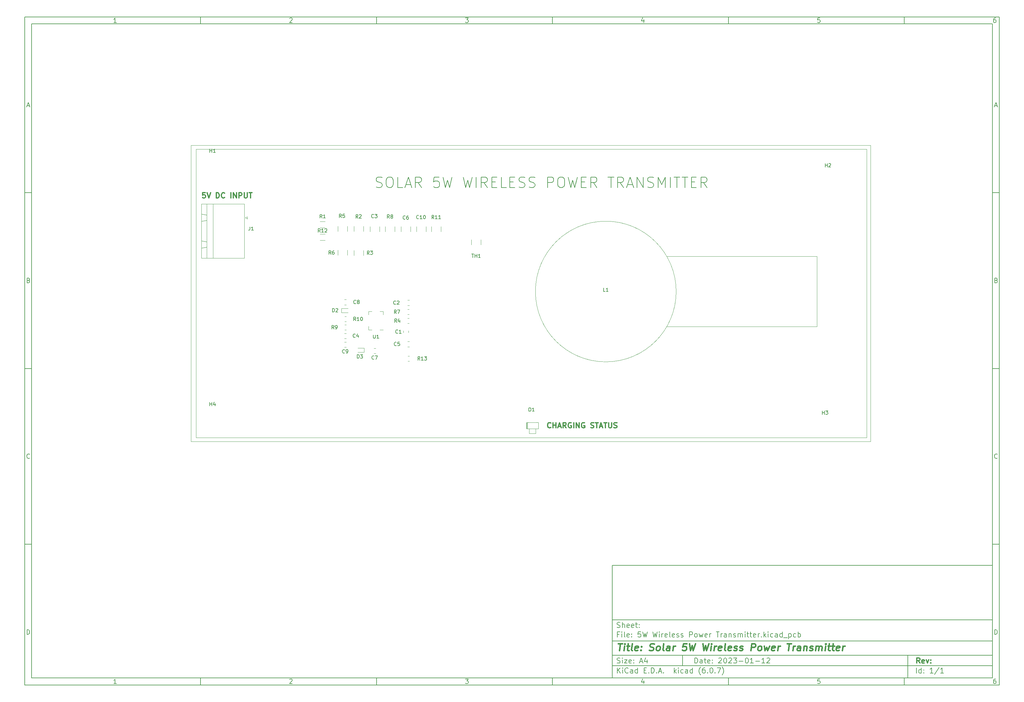
<source format=gbr>
%TF.GenerationSoftware,KiCad,Pcbnew,(6.0.7)*%
%TF.CreationDate,2023-01-12T19:17:07+03:00*%
%TF.ProjectId,5W Wireless Power Transmitter,35572057-6972-4656-9c65-737320506f77,rev?*%
%TF.SameCoordinates,Original*%
%TF.FileFunction,Legend,Top*%
%TF.FilePolarity,Positive*%
%FSLAX46Y46*%
G04 Gerber Fmt 4.6, Leading zero omitted, Abs format (unit mm)*
G04 Created by KiCad (PCBNEW (6.0.7)) date 2023-01-12 19:17:07*
%MOMM*%
%LPD*%
G01*
G04 APERTURE LIST*
%ADD10C,0.100000*%
%ADD11C,0.150000*%
%ADD12C,0.300000*%
%ADD13C,0.400000*%
%TA.AperFunction,Profile*%
%ADD14C,0.100000*%
%TD*%
%ADD15C,0.200000*%
%ADD16C,0.120000*%
G04 APERTURE END LIST*
D10*
D11*
X177002200Y-166007200D02*
X177002200Y-198007200D01*
X285002200Y-198007200D01*
X285002200Y-166007200D01*
X177002200Y-166007200D01*
D10*
D11*
X10000000Y-10000000D02*
X10000000Y-200007200D01*
X287002200Y-200007200D01*
X287002200Y-10000000D01*
X10000000Y-10000000D01*
D10*
D11*
X12000000Y-12000000D02*
X12000000Y-198007200D01*
X285002200Y-198007200D01*
X285002200Y-12000000D01*
X12000000Y-12000000D01*
D10*
D11*
X60000000Y-12000000D02*
X60000000Y-10000000D01*
D10*
D11*
X110000000Y-12000000D02*
X110000000Y-10000000D01*
D10*
D11*
X160000000Y-12000000D02*
X160000000Y-10000000D01*
D10*
D11*
X210000000Y-12000000D02*
X210000000Y-10000000D01*
D10*
D11*
X260000000Y-12000000D02*
X260000000Y-10000000D01*
D10*
D11*
X36065476Y-11588095D02*
X35322619Y-11588095D01*
X35694047Y-11588095D02*
X35694047Y-10288095D01*
X35570238Y-10473809D01*
X35446428Y-10597619D01*
X35322619Y-10659523D01*
D10*
D11*
X85322619Y-10411904D02*
X85384523Y-10350000D01*
X85508333Y-10288095D01*
X85817857Y-10288095D01*
X85941666Y-10350000D01*
X86003571Y-10411904D01*
X86065476Y-10535714D01*
X86065476Y-10659523D01*
X86003571Y-10845238D01*
X85260714Y-11588095D01*
X86065476Y-11588095D01*
D10*
D11*
X135260714Y-10288095D02*
X136065476Y-10288095D01*
X135632142Y-10783333D01*
X135817857Y-10783333D01*
X135941666Y-10845238D01*
X136003571Y-10907142D01*
X136065476Y-11030952D01*
X136065476Y-11340476D01*
X136003571Y-11464285D01*
X135941666Y-11526190D01*
X135817857Y-11588095D01*
X135446428Y-11588095D01*
X135322619Y-11526190D01*
X135260714Y-11464285D01*
D10*
D11*
X185941666Y-10721428D02*
X185941666Y-11588095D01*
X185632142Y-10226190D02*
X185322619Y-11154761D01*
X186127380Y-11154761D01*
D10*
D11*
X236003571Y-10288095D02*
X235384523Y-10288095D01*
X235322619Y-10907142D01*
X235384523Y-10845238D01*
X235508333Y-10783333D01*
X235817857Y-10783333D01*
X235941666Y-10845238D01*
X236003571Y-10907142D01*
X236065476Y-11030952D01*
X236065476Y-11340476D01*
X236003571Y-11464285D01*
X235941666Y-11526190D01*
X235817857Y-11588095D01*
X235508333Y-11588095D01*
X235384523Y-11526190D01*
X235322619Y-11464285D01*
D10*
D11*
X285941666Y-10288095D02*
X285694047Y-10288095D01*
X285570238Y-10350000D01*
X285508333Y-10411904D01*
X285384523Y-10597619D01*
X285322619Y-10845238D01*
X285322619Y-11340476D01*
X285384523Y-11464285D01*
X285446428Y-11526190D01*
X285570238Y-11588095D01*
X285817857Y-11588095D01*
X285941666Y-11526190D01*
X286003571Y-11464285D01*
X286065476Y-11340476D01*
X286065476Y-11030952D01*
X286003571Y-10907142D01*
X285941666Y-10845238D01*
X285817857Y-10783333D01*
X285570238Y-10783333D01*
X285446428Y-10845238D01*
X285384523Y-10907142D01*
X285322619Y-11030952D01*
D10*
D11*
X60000000Y-198007200D02*
X60000000Y-200007200D01*
D10*
D11*
X110000000Y-198007200D02*
X110000000Y-200007200D01*
D10*
D11*
X160000000Y-198007200D02*
X160000000Y-200007200D01*
D10*
D11*
X210000000Y-198007200D02*
X210000000Y-200007200D01*
D10*
D11*
X260000000Y-198007200D02*
X260000000Y-200007200D01*
D10*
D11*
X36065476Y-199595295D02*
X35322619Y-199595295D01*
X35694047Y-199595295D02*
X35694047Y-198295295D01*
X35570238Y-198481009D01*
X35446428Y-198604819D01*
X35322619Y-198666723D01*
D10*
D11*
X85322619Y-198419104D02*
X85384523Y-198357200D01*
X85508333Y-198295295D01*
X85817857Y-198295295D01*
X85941666Y-198357200D01*
X86003571Y-198419104D01*
X86065476Y-198542914D01*
X86065476Y-198666723D01*
X86003571Y-198852438D01*
X85260714Y-199595295D01*
X86065476Y-199595295D01*
D10*
D11*
X135260714Y-198295295D02*
X136065476Y-198295295D01*
X135632142Y-198790533D01*
X135817857Y-198790533D01*
X135941666Y-198852438D01*
X136003571Y-198914342D01*
X136065476Y-199038152D01*
X136065476Y-199347676D01*
X136003571Y-199471485D01*
X135941666Y-199533390D01*
X135817857Y-199595295D01*
X135446428Y-199595295D01*
X135322619Y-199533390D01*
X135260714Y-199471485D01*
D10*
D11*
X185941666Y-198728628D02*
X185941666Y-199595295D01*
X185632142Y-198233390D02*
X185322619Y-199161961D01*
X186127380Y-199161961D01*
D10*
D11*
X236003571Y-198295295D02*
X235384523Y-198295295D01*
X235322619Y-198914342D01*
X235384523Y-198852438D01*
X235508333Y-198790533D01*
X235817857Y-198790533D01*
X235941666Y-198852438D01*
X236003571Y-198914342D01*
X236065476Y-199038152D01*
X236065476Y-199347676D01*
X236003571Y-199471485D01*
X235941666Y-199533390D01*
X235817857Y-199595295D01*
X235508333Y-199595295D01*
X235384523Y-199533390D01*
X235322619Y-199471485D01*
D10*
D11*
X285941666Y-198295295D02*
X285694047Y-198295295D01*
X285570238Y-198357200D01*
X285508333Y-198419104D01*
X285384523Y-198604819D01*
X285322619Y-198852438D01*
X285322619Y-199347676D01*
X285384523Y-199471485D01*
X285446428Y-199533390D01*
X285570238Y-199595295D01*
X285817857Y-199595295D01*
X285941666Y-199533390D01*
X286003571Y-199471485D01*
X286065476Y-199347676D01*
X286065476Y-199038152D01*
X286003571Y-198914342D01*
X285941666Y-198852438D01*
X285817857Y-198790533D01*
X285570238Y-198790533D01*
X285446428Y-198852438D01*
X285384523Y-198914342D01*
X285322619Y-199038152D01*
D10*
D11*
X10000000Y-60000000D02*
X12000000Y-60000000D01*
D10*
D11*
X10000000Y-110000000D02*
X12000000Y-110000000D01*
D10*
D11*
X10000000Y-160000000D02*
X12000000Y-160000000D01*
D10*
D11*
X10690476Y-35216666D02*
X11309523Y-35216666D01*
X10566666Y-35588095D02*
X11000000Y-34288095D01*
X11433333Y-35588095D01*
D10*
D11*
X11092857Y-84907142D02*
X11278571Y-84969047D01*
X11340476Y-85030952D01*
X11402380Y-85154761D01*
X11402380Y-85340476D01*
X11340476Y-85464285D01*
X11278571Y-85526190D01*
X11154761Y-85588095D01*
X10659523Y-85588095D01*
X10659523Y-84288095D01*
X11092857Y-84288095D01*
X11216666Y-84350000D01*
X11278571Y-84411904D01*
X11340476Y-84535714D01*
X11340476Y-84659523D01*
X11278571Y-84783333D01*
X11216666Y-84845238D01*
X11092857Y-84907142D01*
X10659523Y-84907142D01*
D10*
D11*
X11402380Y-135464285D02*
X11340476Y-135526190D01*
X11154761Y-135588095D01*
X11030952Y-135588095D01*
X10845238Y-135526190D01*
X10721428Y-135402380D01*
X10659523Y-135278571D01*
X10597619Y-135030952D01*
X10597619Y-134845238D01*
X10659523Y-134597619D01*
X10721428Y-134473809D01*
X10845238Y-134350000D01*
X11030952Y-134288095D01*
X11154761Y-134288095D01*
X11340476Y-134350000D01*
X11402380Y-134411904D01*
D10*
D11*
X10659523Y-185588095D02*
X10659523Y-184288095D01*
X10969047Y-184288095D01*
X11154761Y-184350000D01*
X11278571Y-184473809D01*
X11340476Y-184597619D01*
X11402380Y-184845238D01*
X11402380Y-185030952D01*
X11340476Y-185278571D01*
X11278571Y-185402380D01*
X11154761Y-185526190D01*
X10969047Y-185588095D01*
X10659523Y-185588095D01*
D10*
D11*
X287002200Y-60000000D02*
X285002200Y-60000000D01*
D10*
D11*
X287002200Y-110000000D02*
X285002200Y-110000000D01*
D10*
D11*
X287002200Y-160000000D02*
X285002200Y-160000000D01*
D10*
D11*
X285692676Y-35216666D02*
X286311723Y-35216666D01*
X285568866Y-35588095D02*
X286002200Y-34288095D01*
X286435533Y-35588095D01*
D10*
D11*
X286095057Y-84907142D02*
X286280771Y-84969047D01*
X286342676Y-85030952D01*
X286404580Y-85154761D01*
X286404580Y-85340476D01*
X286342676Y-85464285D01*
X286280771Y-85526190D01*
X286156961Y-85588095D01*
X285661723Y-85588095D01*
X285661723Y-84288095D01*
X286095057Y-84288095D01*
X286218866Y-84350000D01*
X286280771Y-84411904D01*
X286342676Y-84535714D01*
X286342676Y-84659523D01*
X286280771Y-84783333D01*
X286218866Y-84845238D01*
X286095057Y-84907142D01*
X285661723Y-84907142D01*
D10*
D11*
X286404580Y-135464285D02*
X286342676Y-135526190D01*
X286156961Y-135588095D01*
X286033152Y-135588095D01*
X285847438Y-135526190D01*
X285723628Y-135402380D01*
X285661723Y-135278571D01*
X285599819Y-135030952D01*
X285599819Y-134845238D01*
X285661723Y-134597619D01*
X285723628Y-134473809D01*
X285847438Y-134350000D01*
X286033152Y-134288095D01*
X286156961Y-134288095D01*
X286342676Y-134350000D01*
X286404580Y-134411904D01*
D10*
D11*
X285661723Y-185588095D02*
X285661723Y-184288095D01*
X285971247Y-184288095D01*
X286156961Y-184350000D01*
X286280771Y-184473809D01*
X286342676Y-184597619D01*
X286404580Y-184845238D01*
X286404580Y-185030952D01*
X286342676Y-185278571D01*
X286280771Y-185402380D01*
X286156961Y-185526190D01*
X285971247Y-185588095D01*
X285661723Y-185588095D01*
D10*
D11*
X200434342Y-193785771D02*
X200434342Y-192285771D01*
X200791485Y-192285771D01*
X201005771Y-192357200D01*
X201148628Y-192500057D01*
X201220057Y-192642914D01*
X201291485Y-192928628D01*
X201291485Y-193142914D01*
X201220057Y-193428628D01*
X201148628Y-193571485D01*
X201005771Y-193714342D01*
X200791485Y-193785771D01*
X200434342Y-193785771D01*
X202577200Y-193785771D02*
X202577200Y-193000057D01*
X202505771Y-192857200D01*
X202362914Y-192785771D01*
X202077200Y-192785771D01*
X201934342Y-192857200D01*
X202577200Y-193714342D02*
X202434342Y-193785771D01*
X202077200Y-193785771D01*
X201934342Y-193714342D01*
X201862914Y-193571485D01*
X201862914Y-193428628D01*
X201934342Y-193285771D01*
X202077200Y-193214342D01*
X202434342Y-193214342D01*
X202577200Y-193142914D01*
X203077200Y-192785771D02*
X203648628Y-192785771D01*
X203291485Y-192285771D02*
X203291485Y-193571485D01*
X203362914Y-193714342D01*
X203505771Y-193785771D01*
X203648628Y-193785771D01*
X204720057Y-193714342D02*
X204577200Y-193785771D01*
X204291485Y-193785771D01*
X204148628Y-193714342D01*
X204077200Y-193571485D01*
X204077200Y-193000057D01*
X204148628Y-192857200D01*
X204291485Y-192785771D01*
X204577200Y-192785771D01*
X204720057Y-192857200D01*
X204791485Y-193000057D01*
X204791485Y-193142914D01*
X204077200Y-193285771D01*
X205434342Y-193642914D02*
X205505771Y-193714342D01*
X205434342Y-193785771D01*
X205362914Y-193714342D01*
X205434342Y-193642914D01*
X205434342Y-193785771D01*
X205434342Y-192857200D02*
X205505771Y-192928628D01*
X205434342Y-193000057D01*
X205362914Y-192928628D01*
X205434342Y-192857200D01*
X205434342Y-193000057D01*
X207220057Y-192428628D02*
X207291485Y-192357200D01*
X207434342Y-192285771D01*
X207791485Y-192285771D01*
X207934342Y-192357200D01*
X208005771Y-192428628D01*
X208077200Y-192571485D01*
X208077200Y-192714342D01*
X208005771Y-192928628D01*
X207148628Y-193785771D01*
X208077200Y-193785771D01*
X209005771Y-192285771D02*
X209148628Y-192285771D01*
X209291485Y-192357200D01*
X209362914Y-192428628D01*
X209434342Y-192571485D01*
X209505771Y-192857200D01*
X209505771Y-193214342D01*
X209434342Y-193500057D01*
X209362914Y-193642914D01*
X209291485Y-193714342D01*
X209148628Y-193785771D01*
X209005771Y-193785771D01*
X208862914Y-193714342D01*
X208791485Y-193642914D01*
X208720057Y-193500057D01*
X208648628Y-193214342D01*
X208648628Y-192857200D01*
X208720057Y-192571485D01*
X208791485Y-192428628D01*
X208862914Y-192357200D01*
X209005771Y-192285771D01*
X210077200Y-192428628D02*
X210148628Y-192357200D01*
X210291485Y-192285771D01*
X210648628Y-192285771D01*
X210791485Y-192357200D01*
X210862914Y-192428628D01*
X210934342Y-192571485D01*
X210934342Y-192714342D01*
X210862914Y-192928628D01*
X210005771Y-193785771D01*
X210934342Y-193785771D01*
X211434342Y-192285771D02*
X212362914Y-192285771D01*
X211862914Y-192857200D01*
X212077200Y-192857200D01*
X212220057Y-192928628D01*
X212291485Y-193000057D01*
X212362914Y-193142914D01*
X212362914Y-193500057D01*
X212291485Y-193642914D01*
X212220057Y-193714342D01*
X212077200Y-193785771D01*
X211648628Y-193785771D01*
X211505771Y-193714342D01*
X211434342Y-193642914D01*
X213005771Y-193214342D02*
X214148628Y-193214342D01*
X215148628Y-192285771D02*
X215291485Y-192285771D01*
X215434342Y-192357200D01*
X215505771Y-192428628D01*
X215577200Y-192571485D01*
X215648628Y-192857200D01*
X215648628Y-193214342D01*
X215577200Y-193500057D01*
X215505771Y-193642914D01*
X215434342Y-193714342D01*
X215291485Y-193785771D01*
X215148628Y-193785771D01*
X215005771Y-193714342D01*
X214934342Y-193642914D01*
X214862914Y-193500057D01*
X214791485Y-193214342D01*
X214791485Y-192857200D01*
X214862914Y-192571485D01*
X214934342Y-192428628D01*
X215005771Y-192357200D01*
X215148628Y-192285771D01*
X217077200Y-193785771D02*
X216220057Y-193785771D01*
X216648628Y-193785771D02*
X216648628Y-192285771D01*
X216505771Y-192500057D01*
X216362914Y-192642914D01*
X216220057Y-192714342D01*
X217720057Y-193214342D02*
X218862914Y-193214342D01*
X220362914Y-193785771D02*
X219505771Y-193785771D01*
X219934342Y-193785771D02*
X219934342Y-192285771D01*
X219791485Y-192500057D01*
X219648628Y-192642914D01*
X219505771Y-192714342D01*
X220934342Y-192428628D02*
X221005771Y-192357200D01*
X221148628Y-192285771D01*
X221505771Y-192285771D01*
X221648628Y-192357200D01*
X221720057Y-192428628D01*
X221791485Y-192571485D01*
X221791485Y-192714342D01*
X221720057Y-192928628D01*
X220862914Y-193785771D01*
X221791485Y-193785771D01*
D10*
D11*
X177002200Y-194507200D02*
X285002200Y-194507200D01*
D10*
D11*
X178434342Y-196585771D02*
X178434342Y-195085771D01*
X179291485Y-196585771D02*
X178648628Y-195728628D01*
X179291485Y-195085771D02*
X178434342Y-195942914D01*
X179934342Y-196585771D02*
X179934342Y-195585771D01*
X179934342Y-195085771D02*
X179862914Y-195157200D01*
X179934342Y-195228628D01*
X180005771Y-195157200D01*
X179934342Y-195085771D01*
X179934342Y-195228628D01*
X181505771Y-196442914D02*
X181434342Y-196514342D01*
X181220057Y-196585771D01*
X181077200Y-196585771D01*
X180862914Y-196514342D01*
X180720057Y-196371485D01*
X180648628Y-196228628D01*
X180577200Y-195942914D01*
X180577200Y-195728628D01*
X180648628Y-195442914D01*
X180720057Y-195300057D01*
X180862914Y-195157200D01*
X181077200Y-195085771D01*
X181220057Y-195085771D01*
X181434342Y-195157200D01*
X181505771Y-195228628D01*
X182791485Y-196585771D02*
X182791485Y-195800057D01*
X182720057Y-195657200D01*
X182577200Y-195585771D01*
X182291485Y-195585771D01*
X182148628Y-195657200D01*
X182791485Y-196514342D02*
X182648628Y-196585771D01*
X182291485Y-196585771D01*
X182148628Y-196514342D01*
X182077200Y-196371485D01*
X182077200Y-196228628D01*
X182148628Y-196085771D01*
X182291485Y-196014342D01*
X182648628Y-196014342D01*
X182791485Y-195942914D01*
X184148628Y-196585771D02*
X184148628Y-195085771D01*
X184148628Y-196514342D02*
X184005771Y-196585771D01*
X183720057Y-196585771D01*
X183577200Y-196514342D01*
X183505771Y-196442914D01*
X183434342Y-196300057D01*
X183434342Y-195871485D01*
X183505771Y-195728628D01*
X183577200Y-195657200D01*
X183720057Y-195585771D01*
X184005771Y-195585771D01*
X184148628Y-195657200D01*
X186005771Y-195800057D02*
X186505771Y-195800057D01*
X186720057Y-196585771D02*
X186005771Y-196585771D01*
X186005771Y-195085771D01*
X186720057Y-195085771D01*
X187362914Y-196442914D02*
X187434342Y-196514342D01*
X187362914Y-196585771D01*
X187291485Y-196514342D01*
X187362914Y-196442914D01*
X187362914Y-196585771D01*
X188077200Y-196585771D02*
X188077200Y-195085771D01*
X188434342Y-195085771D01*
X188648628Y-195157200D01*
X188791485Y-195300057D01*
X188862914Y-195442914D01*
X188934342Y-195728628D01*
X188934342Y-195942914D01*
X188862914Y-196228628D01*
X188791485Y-196371485D01*
X188648628Y-196514342D01*
X188434342Y-196585771D01*
X188077200Y-196585771D01*
X189577200Y-196442914D02*
X189648628Y-196514342D01*
X189577200Y-196585771D01*
X189505771Y-196514342D01*
X189577200Y-196442914D01*
X189577200Y-196585771D01*
X190220057Y-196157200D02*
X190934342Y-196157200D01*
X190077200Y-196585771D02*
X190577200Y-195085771D01*
X191077200Y-196585771D01*
X191577200Y-196442914D02*
X191648628Y-196514342D01*
X191577200Y-196585771D01*
X191505771Y-196514342D01*
X191577200Y-196442914D01*
X191577200Y-196585771D01*
X194577200Y-196585771D02*
X194577200Y-195085771D01*
X194720057Y-196014342D02*
X195148628Y-196585771D01*
X195148628Y-195585771D02*
X194577200Y-196157200D01*
X195791485Y-196585771D02*
X195791485Y-195585771D01*
X195791485Y-195085771D02*
X195720057Y-195157200D01*
X195791485Y-195228628D01*
X195862914Y-195157200D01*
X195791485Y-195085771D01*
X195791485Y-195228628D01*
X197148628Y-196514342D02*
X197005771Y-196585771D01*
X196720057Y-196585771D01*
X196577200Y-196514342D01*
X196505771Y-196442914D01*
X196434342Y-196300057D01*
X196434342Y-195871485D01*
X196505771Y-195728628D01*
X196577200Y-195657200D01*
X196720057Y-195585771D01*
X197005771Y-195585771D01*
X197148628Y-195657200D01*
X198434342Y-196585771D02*
X198434342Y-195800057D01*
X198362914Y-195657200D01*
X198220057Y-195585771D01*
X197934342Y-195585771D01*
X197791485Y-195657200D01*
X198434342Y-196514342D02*
X198291485Y-196585771D01*
X197934342Y-196585771D01*
X197791485Y-196514342D01*
X197720057Y-196371485D01*
X197720057Y-196228628D01*
X197791485Y-196085771D01*
X197934342Y-196014342D01*
X198291485Y-196014342D01*
X198434342Y-195942914D01*
X199791485Y-196585771D02*
X199791485Y-195085771D01*
X199791485Y-196514342D02*
X199648628Y-196585771D01*
X199362914Y-196585771D01*
X199220057Y-196514342D01*
X199148628Y-196442914D01*
X199077200Y-196300057D01*
X199077200Y-195871485D01*
X199148628Y-195728628D01*
X199220057Y-195657200D01*
X199362914Y-195585771D01*
X199648628Y-195585771D01*
X199791485Y-195657200D01*
X202077200Y-197157200D02*
X202005771Y-197085771D01*
X201862914Y-196871485D01*
X201791485Y-196728628D01*
X201720057Y-196514342D01*
X201648628Y-196157200D01*
X201648628Y-195871485D01*
X201720057Y-195514342D01*
X201791485Y-195300057D01*
X201862914Y-195157200D01*
X202005771Y-194942914D01*
X202077200Y-194871485D01*
X203291485Y-195085771D02*
X203005771Y-195085771D01*
X202862914Y-195157200D01*
X202791485Y-195228628D01*
X202648628Y-195442914D01*
X202577200Y-195728628D01*
X202577200Y-196300057D01*
X202648628Y-196442914D01*
X202720057Y-196514342D01*
X202862914Y-196585771D01*
X203148628Y-196585771D01*
X203291485Y-196514342D01*
X203362914Y-196442914D01*
X203434342Y-196300057D01*
X203434342Y-195942914D01*
X203362914Y-195800057D01*
X203291485Y-195728628D01*
X203148628Y-195657200D01*
X202862914Y-195657200D01*
X202720057Y-195728628D01*
X202648628Y-195800057D01*
X202577200Y-195942914D01*
X204077200Y-196442914D02*
X204148628Y-196514342D01*
X204077200Y-196585771D01*
X204005771Y-196514342D01*
X204077200Y-196442914D01*
X204077200Y-196585771D01*
X205077200Y-195085771D02*
X205220057Y-195085771D01*
X205362914Y-195157200D01*
X205434342Y-195228628D01*
X205505771Y-195371485D01*
X205577200Y-195657200D01*
X205577200Y-196014342D01*
X205505771Y-196300057D01*
X205434342Y-196442914D01*
X205362914Y-196514342D01*
X205220057Y-196585771D01*
X205077200Y-196585771D01*
X204934342Y-196514342D01*
X204862914Y-196442914D01*
X204791485Y-196300057D01*
X204720057Y-196014342D01*
X204720057Y-195657200D01*
X204791485Y-195371485D01*
X204862914Y-195228628D01*
X204934342Y-195157200D01*
X205077200Y-195085771D01*
X206220057Y-196442914D02*
X206291485Y-196514342D01*
X206220057Y-196585771D01*
X206148628Y-196514342D01*
X206220057Y-196442914D01*
X206220057Y-196585771D01*
X206791485Y-195085771D02*
X207791485Y-195085771D01*
X207148628Y-196585771D01*
X208220057Y-197157200D02*
X208291485Y-197085771D01*
X208434342Y-196871485D01*
X208505771Y-196728628D01*
X208577200Y-196514342D01*
X208648628Y-196157200D01*
X208648628Y-195871485D01*
X208577200Y-195514342D01*
X208505771Y-195300057D01*
X208434342Y-195157200D01*
X208291485Y-194942914D01*
X208220057Y-194871485D01*
D10*
D11*
X177002200Y-191507200D02*
X285002200Y-191507200D01*
D10*
D12*
X264411485Y-193785771D02*
X263911485Y-193071485D01*
X263554342Y-193785771D02*
X263554342Y-192285771D01*
X264125771Y-192285771D01*
X264268628Y-192357200D01*
X264340057Y-192428628D01*
X264411485Y-192571485D01*
X264411485Y-192785771D01*
X264340057Y-192928628D01*
X264268628Y-193000057D01*
X264125771Y-193071485D01*
X263554342Y-193071485D01*
X265625771Y-193714342D02*
X265482914Y-193785771D01*
X265197200Y-193785771D01*
X265054342Y-193714342D01*
X264982914Y-193571485D01*
X264982914Y-193000057D01*
X265054342Y-192857200D01*
X265197200Y-192785771D01*
X265482914Y-192785771D01*
X265625771Y-192857200D01*
X265697200Y-193000057D01*
X265697200Y-193142914D01*
X264982914Y-193285771D01*
X266197200Y-192785771D02*
X266554342Y-193785771D01*
X266911485Y-192785771D01*
X267482914Y-193642914D02*
X267554342Y-193714342D01*
X267482914Y-193785771D01*
X267411485Y-193714342D01*
X267482914Y-193642914D01*
X267482914Y-193785771D01*
X267482914Y-192857200D02*
X267554342Y-192928628D01*
X267482914Y-193000057D01*
X267411485Y-192928628D01*
X267482914Y-192857200D01*
X267482914Y-193000057D01*
D10*
D11*
X178362914Y-193714342D02*
X178577200Y-193785771D01*
X178934342Y-193785771D01*
X179077200Y-193714342D01*
X179148628Y-193642914D01*
X179220057Y-193500057D01*
X179220057Y-193357200D01*
X179148628Y-193214342D01*
X179077200Y-193142914D01*
X178934342Y-193071485D01*
X178648628Y-193000057D01*
X178505771Y-192928628D01*
X178434342Y-192857200D01*
X178362914Y-192714342D01*
X178362914Y-192571485D01*
X178434342Y-192428628D01*
X178505771Y-192357200D01*
X178648628Y-192285771D01*
X179005771Y-192285771D01*
X179220057Y-192357200D01*
X179862914Y-193785771D02*
X179862914Y-192785771D01*
X179862914Y-192285771D02*
X179791485Y-192357200D01*
X179862914Y-192428628D01*
X179934342Y-192357200D01*
X179862914Y-192285771D01*
X179862914Y-192428628D01*
X180434342Y-192785771D02*
X181220057Y-192785771D01*
X180434342Y-193785771D01*
X181220057Y-193785771D01*
X182362914Y-193714342D02*
X182220057Y-193785771D01*
X181934342Y-193785771D01*
X181791485Y-193714342D01*
X181720057Y-193571485D01*
X181720057Y-193000057D01*
X181791485Y-192857200D01*
X181934342Y-192785771D01*
X182220057Y-192785771D01*
X182362914Y-192857200D01*
X182434342Y-193000057D01*
X182434342Y-193142914D01*
X181720057Y-193285771D01*
X183077200Y-193642914D02*
X183148628Y-193714342D01*
X183077200Y-193785771D01*
X183005771Y-193714342D01*
X183077200Y-193642914D01*
X183077200Y-193785771D01*
X183077200Y-192857200D02*
X183148628Y-192928628D01*
X183077200Y-193000057D01*
X183005771Y-192928628D01*
X183077200Y-192857200D01*
X183077200Y-193000057D01*
X184862914Y-193357200D02*
X185577200Y-193357200D01*
X184720057Y-193785771D02*
X185220057Y-192285771D01*
X185720057Y-193785771D01*
X186862914Y-192785771D02*
X186862914Y-193785771D01*
X186505771Y-192214342D02*
X186148628Y-193285771D01*
X187077200Y-193285771D01*
D10*
D11*
X263434342Y-196585771D02*
X263434342Y-195085771D01*
X264791485Y-196585771D02*
X264791485Y-195085771D01*
X264791485Y-196514342D02*
X264648628Y-196585771D01*
X264362914Y-196585771D01*
X264220057Y-196514342D01*
X264148628Y-196442914D01*
X264077200Y-196300057D01*
X264077200Y-195871485D01*
X264148628Y-195728628D01*
X264220057Y-195657200D01*
X264362914Y-195585771D01*
X264648628Y-195585771D01*
X264791485Y-195657200D01*
X265505771Y-196442914D02*
X265577200Y-196514342D01*
X265505771Y-196585771D01*
X265434342Y-196514342D01*
X265505771Y-196442914D01*
X265505771Y-196585771D01*
X265505771Y-195657200D02*
X265577200Y-195728628D01*
X265505771Y-195800057D01*
X265434342Y-195728628D01*
X265505771Y-195657200D01*
X265505771Y-195800057D01*
X268148628Y-196585771D02*
X267291485Y-196585771D01*
X267720057Y-196585771D02*
X267720057Y-195085771D01*
X267577200Y-195300057D01*
X267434342Y-195442914D01*
X267291485Y-195514342D01*
X269862914Y-195014342D02*
X268577200Y-196942914D01*
X271148628Y-196585771D02*
X270291485Y-196585771D01*
X270720057Y-196585771D02*
X270720057Y-195085771D01*
X270577200Y-195300057D01*
X270434342Y-195442914D01*
X270291485Y-195514342D01*
D10*
D11*
X177002200Y-187507200D02*
X285002200Y-187507200D01*
D10*
D13*
X178714580Y-188211961D02*
X179857438Y-188211961D01*
X179036009Y-190211961D02*
X179286009Y-188211961D01*
X180274104Y-190211961D02*
X180440771Y-188878628D01*
X180524104Y-188211961D02*
X180416961Y-188307200D01*
X180500295Y-188402438D01*
X180607438Y-188307200D01*
X180524104Y-188211961D01*
X180500295Y-188402438D01*
X181107438Y-188878628D02*
X181869342Y-188878628D01*
X181476485Y-188211961D02*
X181262200Y-189926247D01*
X181333628Y-190116723D01*
X181512200Y-190211961D01*
X181702676Y-190211961D01*
X182655057Y-190211961D02*
X182476485Y-190116723D01*
X182405057Y-189926247D01*
X182619342Y-188211961D01*
X184190771Y-190116723D02*
X183988390Y-190211961D01*
X183607438Y-190211961D01*
X183428866Y-190116723D01*
X183357438Y-189926247D01*
X183452676Y-189164342D01*
X183571723Y-188973866D01*
X183774104Y-188878628D01*
X184155057Y-188878628D01*
X184333628Y-188973866D01*
X184405057Y-189164342D01*
X184381247Y-189354819D01*
X183405057Y-189545295D01*
X185155057Y-190021485D02*
X185238390Y-190116723D01*
X185131247Y-190211961D01*
X185047914Y-190116723D01*
X185155057Y-190021485D01*
X185131247Y-190211961D01*
X185286009Y-188973866D02*
X185369342Y-189069104D01*
X185262200Y-189164342D01*
X185178866Y-189069104D01*
X185286009Y-188973866D01*
X185262200Y-189164342D01*
X187524104Y-190116723D02*
X187797914Y-190211961D01*
X188274104Y-190211961D01*
X188476485Y-190116723D01*
X188583628Y-190021485D01*
X188702676Y-189831009D01*
X188726485Y-189640533D01*
X188655057Y-189450057D01*
X188571723Y-189354819D01*
X188393152Y-189259580D01*
X188024104Y-189164342D01*
X187845533Y-189069104D01*
X187762200Y-188973866D01*
X187690771Y-188783390D01*
X187714580Y-188592914D01*
X187833628Y-188402438D01*
X187940771Y-188307200D01*
X188143152Y-188211961D01*
X188619342Y-188211961D01*
X188893152Y-188307200D01*
X189797914Y-190211961D02*
X189619342Y-190116723D01*
X189536009Y-190021485D01*
X189464580Y-189831009D01*
X189536009Y-189259580D01*
X189655057Y-189069104D01*
X189762200Y-188973866D01*
X189964580Y-188878628D01*
X190250295Y-188878628D01*
X190428866Y-188973866D01*
X190512200Y-189069104D01*
X190583628Y-189259580D01*
X190512200Y-189831009D01*
X190393152Y-190021485D01*
X190286009Y-190116723D01*
X190083628Y-190211961D01*
X189797914Y-190211961D01*
X191607438Y-190211961D02*
X191428866Y-190116723D01*
X191357438Y-189926247D01*
X191571723Y-188211961D01*
X193226485Y-190211961D02*
X193357438Y-189164342D01*
X193286009Y-188973866D01*
X193107438Y-188878628D01*
X192726485Y-188878628D01*
X192524104Y-188973866D01*
X193238390Y-190116723D02*
X193036009Y-190211961D01*
X192559819Y-190211961D01*
X192381247Y-190116723D01*
X192309819Y-189926247D01*
X192333628Y-189735771D01*
X192452676Y-189545295D01*
X192655057Y-189450057D01*
X193131247Y-189450057D01*
X193333628Y-189354819D01*
X194178866Y-190211961D02*
X194345533Y-188878628D01*
X194297914Y-189259580D02*
X194416961Y-189069104D01*
X194524104Y-188973866D01*
X194726485Y-188878628D01*
X194916961Y-188878628D01*
X198143152Y-188211961D02*
X197190771Y-188211961D01*
X196976485Y-189164342D01*
X197083628Y-189069104D01*
X197286009Y-188973866D01*
X197762200Y-188973866D01*
X197940771Y-189069104D01*
X198024104Y-189164342D01*
X198095533Y-189354819D01*
X198036009Y-189831009D01*
X197916961Y-190021485D01*
X197809819Y-190116723D01*
X197607438Y-190211961D01*
X197131247Y-190211961D01*
X196952676Y-190116723D01*
X196869342Y-190021485D01*
X198905057Y-188211961D02*
X199131247Y-190211961D01*
X199690771Y-188783390D01*
X199893152Y-190211961D01*
X200619342Y-188211961D01*
X202714580Y-188211961D02*
X202940771Y-190211961D01*
X203500295Y-188783390D01*
X203702676Y-190211961D01*
X204428866Y-188211961D01*
X204940771Y-190211961D02*
X205107438Y-188878628D01*
X205190771Y-188211961D02*
X205083628Y-188307200D01*
X205166961Y-188402438D01*
X205274104Y-188307200D01*
X205190771Y-188211961D01*
X205166961Y-188402438D01*
X205893152Y-190211961D02*
X206059819Y-188878628D01*
X206012200Y-189259580D02*
X206131247Y-189069104D01*
X206238390Y-188973866D01*
X206440771Y-188878628D01*
X206631247Y-188878628D01*
X207905057Y-190116723D02*
X207702676Y-190211961D01*
X207321723Y-190211961D01*
X207143152Y-190116723D01*
X207071723Y-189926247D01*
X207166961Y-189164342D01*
X207286009Y-188973866D01*
X207488390Y-188878628D01*
X207869342Y-188878628D01*
X208047914Y-188973866D01*
X208119342Y-189164342D01*
X208095533Y-189354819D01*
X207119342Y-189545295D01*
X209131247Y-190211961D02*
X208952676Y-190116723D01*
X208881247Y-189926247D01*
X209095533Y-188211961D01*
X210666961Y-190116723D02*
X210464580Y-190211961D01*
X210083628Y-190211961D01*
X209905057Y-190116723D01*
X209833628Y-189926247D01*
X209928866Y-189164342D01*
X210047914Y-188973866D01*
X210250295Y-188878628D01*
X210631247Y-188878628D01*
X210809819Y-188973866D01*
X210881247Y-189164342D01*
X210857438Y-189354819D01*
X209881247Y-189545295D01*
X211524104Y-190116723D02*
X211702676Y-190211961D01*
X212083628Y-190211961D01*
X212286009Y-190116723D01*
X212405057Y-189926247D01*
X212416961Y-189831009D01*
X212345533Y-189640533D01*
X212166961Y-189545295D01*
X211881247Y-189545295D01*
X211702676Y-189450057D01*
X211631247Y-189259580D01*
X211643152Y-189164342D01*
X211762200Y-188973866D01*
X211964580Y-188878628D01*
X212250295Y-188878628D01*
X212428866Y-188973866D01*
X213143152Y-190116723D02*
X213321723Y-190211961D01*
X213702676Y-190211961D01*
X213905057Y-190116723D01*
X214024104Y-189926247D01*
X214036009Y-189831009D01*
X213964580Y-189640533D01*
X213786009Y-189545295D01*
X213500295Y-189545295D01*
X213321723Y-189450057D01*
X213250295Y-189259580D01*
X213262200Y-189164342D01*
X213381247Y-188973866D01*
X213583628Y-188878628D01*
X213869342Y-188878628D01*
X214047914Y-188973866D01*
X216369342Y-190211961D02*
X216619342Y-188211961D01*
X217381247Y-188211961D01*
X217559819Y-188307200D01*
X217643152Y-188402438D01*
X217714580Y-188592914D01*
X217678866Y-188878628D01*
X217559819Y-189069104D01*
X217452676Y-189164342D01*
X217250295Y-189259580D01*
X216488390Y-189259580D01*
X218655057Y-190211961D02*
X218476485Y-190116723D01*
X218393152Y-190021485D01*
X218321723Y-189831009D01*
X218393152Y-189259580D01*
X218512200Y-189069104D01*
X218619342Y-188973866D01*
X218821723Y-188878628D01*
X219107438Y-188878628D01*
X219286009Y-188973866D01*
X219369342Y-189069104D01*
X219440771Y-189259580D01*
X219369342Y-189831009D01*
X219250295Y-190021485D01*
X219143152Y-190116723D01*
X218940771Y-190211961D01*
X218655057Y-190211961D01*
X220155057Y-188878628D02*
X220369342Y-190211961D01*
X220869342Y-189259580D01*
X221131247Y-190211961D01*
X221678866Y-188878628D01*
X223047914Y-190116723D02*
X222845533Y-190211961D01*
X222464580Y-190211961D01*
X222286009Y-190116723D01*
X222214580Y-189926247D01*
X222309819Y-189164342D01*
X222428866Y-188973866D01*
X222631247Y-188878628D01*
X223012200Y-188878628D01*
X223190771Y-188973866D01*
X223262200Y-189164342D01*
X223238390Y-189354819D01*
X222262200Y-189545295D01*
X223988390Y-190211961D02*
X224155057Y-188878628D01*
X224107438Y-189259580D02*
X224226485Y-189069104D01*
X224333628Y-188973866D01*
X224536009Y-188878628D01*
X224726485Y-188878628D01*
X226714580Y-188211961D02*
X227857438Y-188211961D01*
X227036009Y-190211961D02*
X227286009Y-188211961D01*
X228274104Y-190211961D02*
X228440771Y-188878628D01*
X228393152Y-189259580D02*
X228512200Y-189069104D01*
X228619342Y-188973866D01*
X228821723Y-188878628D01*
X229012200Y-188878628D01*
X230369342Y-190211961D02*
X230500295Y-189164342D01*
X230428866Y-188973866D01*
X230250295Y-188878628D01*
X229869342Y-188878628D01*
X229666961Y-188973866D01*
X230381247Y-190116723D02*
X230178866Y-190211961D01*
X229702676Y-190211961D01*
X229524104Y-190116723D01*
X229452676Y-189926247D01*
X229476485Y-189735771D01*
X229595533Y-189545295D01*
X229797914Y-189450057D01*
X230274104Y-189450057D01*
X230476485Y-189354819D01*
X231488390Y-188878628D02*
X231321723Y-190211961D01*
X231464580Y-189069104D02*
X231571723Y-188973866D01*
X231774104Y-188878628D01*
X232059819Y-188878628D01*
X232238390Y-188973866D01*
X232309819Y-189164342D01*
X232178866Y-190211961D01*
X233047914Y-190116723D02*
X233226485Y-190211961D01*
X233607438Y-190211961D01*
X233809819Y-190116723D01*
X233928866Y-189926247D01*
X233940771Y-189831009D01*
X233869342Y-189640533D01*
X233690771Y-189545295D01*
X233405057Y-189545295D01*
X233226485Y-189450057D01*
X233155057Y-189259580D01*
X233166961Y-189164342D01*
X233286009Y-188973866D01*
X233488390Y-188878628D01*
X233774104Y-188878628D01*
X233952676Y-188973866D01*
X234750295Y-190211961D02*
X234916961Y-188878628D01*
X234893152Y-189069104D02*
X235000295Y-188973866D01*
X235202676Y-188878628D01*
X235488390Y-188878628D01*
X235666961Y-188973866D01*
X235738390Y-189164342D01*
X235607438Y-190211961D01*
X235738390Y-189164342D02*
X235857438Y-188973866D01*
X236059819Y-188878628D01*
X236345533Y-188878628D01*
X236524104Y-188973866D01*
X236595533Y-189164342D01*
X236464580Y-190211961D01*
X237416961Y-190211961D02*
X237583628Y-188878628D01*
X237666961Y-188211961D02*
X237559819Y-188307200D01*
X237643152Y-188402438D01*
X237750295Y-188307200D01*
X237666961Y-188211961D01*
X237643152Y-188402438D01*
X238250295Y-188878628D02*
X239012200Y-188878628D01*
X238619342Y-188211961D02*
X238405057Y-189926247D01*
X238476485Y-190116723D01*
X238655057Y-190211961D01*
X238845533Y-190211961D01*
X239393152Y-188878628D02*
X240155057Y-188878628D01*
X239762200Y-188211961D02*
X239547914Y-189926247D01*
X239619342Y-190116723D01*
X239797914Y-190211961D01*
X239988390Y-190211961D01*
X241428866Y-190116723D02*
X241226485Y-190211961D01*
X240845533Y-190211961D01*
X240666961Y-190116723D01*
X240595533Y-189926247D01*
X240690771Y-189164342D01*
X240809819Y-188973866D01*
X241012199Y-188878628D01*
X241393152Y-188878628D01*
X241571723Y-188973866D01*
X241643152Y-189164342D01*
X241619342Y-189354819D01*
X240643152Y-189545295D01*
X242369342Y-190211961D02*
X242536009Y-188878628D01*
X242488390Y-189259580D02*
X242607438Y-189069104D01*
X242714580Y-188973866D01*
X242916961Y-188878628D01*
X243107438Y-188878628D01*
D10*
D11*
X178934342Y-185600057D02*
X178434342Y-185600057D01*
X178434342Y-186385771D02*
X178434342Y-184885771D01*
X179148628Y-184885771D01*
X179720057Y-186385771D02*
X179720057Y-185385771D01*
X179720057Y-184885771D02*
X179648628Y-184957200D01*
X179720057Y-185028628D01*
X179791485Y-184957200D01*
X179720057Y-184885771D01*
X179720057Y-185028628D01*
X180648628Y-186385771D02*
X180505771Y-186314342D01*
X180434342Y-186171485D01*
X180434342Y-184885771D01*
X181791485Y-186314342D02*
X181648628Y-186385771D01*
X181362914Y-186385771D01*
X181220057Y-186314342D01*
X181148628Y-186171485D01*
X181148628Y-185600057D01*
X181220057Y-185457200D01*
X181362914Y-185385771D01*
X181648628Y-185385771D01*
X181791485Y-185457200D01*
X181862914Y-185600057D01*
X181862914Y-185742914D01*
X181148628Y-185885771D01*
X182505771Y-186242914D02*
X182577200Y-186314342D01*
X182505771Y-186385771D01*
X182434342Y-186314342D01*
X182505771Y-186242914D01*
X182505771Y-186385771D01*
X182505771Y-185457200D02*
X182577200Y-185528628D01*
X182505771Y-185600057D01*
X182434342Y-185528628D01*
X182505771Y-185457200D01*
X182505771Y-185600057D01*
X185077200Y-184885771D02*
X184362914Y-184885771D01*
X184291485Y-185600057D01*
X184362914Y-185528628D01*
X184505771Y-185457200D01*
X184862914Y-185457200D01*
X185005771Y-185528628D01*
X185077200Y-185600057D01*
X185148628Y-185742914D01*
X185148628Y-186100057D01*
X185077200Y-186242914D01*
X185005771Y-186314342D01*
X184862914Y-186385771D01*
X184505771Y-186385771D01*
X184362914Y-186314342D01*
X184291485Y-186242914D01*
X185648628Y-184885771D02*
X186005771Y-186385771D01*
X186291485Y-185314342D01*
X186577200Y-186385771D01*
X186934342Y-184885771D01*
X188505771Y-184885771D02*
X188862914Y-186385771D01*
X189148628Y-185314342D01*
X189434342Y-186385771D01*
X189791485Y-184885771D01*
X190362914Y-186385771D02*
X190362914Y-185385771D01*
X190362914Y-184885771D02*
X190291485Y-184957200D01*
X190362914Y-185028628D01*
X190434342Y-184957200D01*
X190362914Y-184885771D01*
X190362914Y-185028628D01*
X191077200Y-186385771D02*
X191077200Y-185385771D01*
X191077200Y-185671485D02*
X191148628Y-185528628D01*
X191220057Y-185457200D01*
X191362914Y-185385771D01*
X191505771Y-185385771D01*
X192577200Y-186314342D02*
X192434342Y-186385771D01*
X192148628Y-186385771D01*
X192005771Y-186314342D01*
X191934342Y-186171485D01*
X191934342Y-185600057D01*
X192005771Y-185457200D01*
X192148628Y-185385771D01*
X192434342Y-185385771D01*
X192577200Y-185457200D01*
X192648628Y-185600057D01*
X192648628Y-185742914D01*
X191934342Y-185885771D01*
X193505771Y-186385771D02*
X193362914Y-186314342D01*
X193291485Y-186171485D01*
X193291485Y-184885771D01*
X194648628Y-186314342D02*
X194505771Y-186385771D01*
X194220057Y-186385771D01*
X194077200Y-186314342D01*
X194005771Y-186171485D01*
X194005771Y-185600057D01*
X194077200Y-185457200D01*
X194220057Y-185385771D01*
X194505771Y-185385771D01*
X194648628Y-185457200D01*
X194720057Y-185600057D01*
X194720057Y-185742914D01*
X194005771Y-185885771D01*
X195291485Y-186314342D02*
X195434342Y-186385771D01*
X195720057Y-186385771D01*
X195862914Y-186314342D01*
X195934342Y-186171485D01*
X195934342Y-186100057D01*
X195862914Y-185957200D01*
X195720057Y-185885771D01*
X195505771Y-185885771D01*
X195362914Y-185814342D01*
X195291485Y-185671485D01*
X195291485Y-185600057D01*
X195362914Y-185457200D01*
X195505771Y-185385771D01*
X195720057Y-185385771D01*
X195862914Y-185457200D01*
X196505771Y-186314342D02*
X196648628Y-186385771D01*
X196934342Y-186385771D01*
X197077200Y-186314342D01*
X197148628Y-186171485D01*
X197148628Y-186100057D01*
X197077200Y-185957200D01*
X196934342Y-185885771D01*
X196720057Y-185885771D01*
X196577200Y-185814342D01*
X196505771Y-185671485D01*
X196505771Y-185600057D01*
X196577200Y-185457200D01*
X196720057Y-185385771D01*
X196934342Y-185385771D01*
X197077200Y-185457200D01*
X198934342Y-186385771D02*
X198934342Y-184885771D01*
X199505771Y-184885771D01*
X199648628Y-184957200D01*
X199720057Y-185028628D01*
X199791485Y-185171485D01*
X199791485Y-185385771D01*
X199720057Y-185528628D01*
X199648628Y-185600057D01*
X199505771Y-185671485D01*
X198934342Y-185671485D01*
X200648628Y-186385771D02*
X200505771Y-186314342D01*
X200434342Y-186242914D01*
X200362914Y-186100057D01*
X200362914Y-185671485D01*
X200434342Y-185528628D01*
X200505771Y-185457200D01*
X200648628Y-185385771D01*
X200862914Y-185385771D01*
X201005771Y-185457200D01*
X201077200Y-185528628D01*
X201148628Y-185671485D01*
X201148628Y-186100057D01*
X201077200Y-186242914D01*
X201005771Y-186314342D01*
X200862914Y-186385771D01*
X200648628Y-186385771D01*
X201648628Y-185385771D02*
X201934342Y-186385771D01*
X202220057Y-185671485D01*
X202505771Y-186385771D01*
X202791485Y-185385771D01*
X203934342Y-186314342D02*
X203791485Y-186385771D01*
X203505771Y-186385771D01*
X203362914Y-186314342D01*
X203291485Y-186171485D01*
X203291485Y-185600057D01*
X203362914Y-185457200D01*
X203505771Y-185385771D01*
X203791485Y-185385771D01*
X203934342Y-185457200D01*
X204005771Y-185600057D01*
X204005771Y-185742914D01*
X203291485Y-185885771D01*
X204648628Y-186385771D02*
X204648628Y-185385771D01*
X204648628Y-185671485D02*
X204720057Y-185528628D01*
X204791485Y-185457200D01*
X204934342Y-185385771D01*
X205077200Y-185385771D01*
X206505771Y-184885771D02*
X207362914Y-184885771D01*
X206934342Y-186385771D02*
X206934342Y-184885771D01*
X207862914Y-186385771D02*
X207862914Y-185385771D01*
X207862914Y-185671485D02*
X207934342Y-185528628D01*
X208005771Y-185457200D01*
X208148628Y-185385771D01*
X208291485Y-185385771D01*
X209434342Y-186385771D02*
X209434342Y-185600057D01*
X209362914Y-185457200D01*
X209220057Y-185385771D01*
X208934342Y-185385771D01*
X208791485Y-185457200D01*
X209434342Y-186314342D02*
X209291485Y-186385771D01*
X208934342Y-186385771D01*
X208791485Y-186314342D01*
X208720057Y-186171485D01*
X208720057Y-186028628D01*
X208791485Y-185885771D01*
X208934342Y-185814342D01*
X209291485Y-185814342D01*
X209434342Y-185742914D01*
X210148628Y-185385771D02*
X210148628Y-186385771D01*
X210148628Y-185528628D02*
X210220057Y-185457200D01*
X210362914Y-185385771D01*
X210577200Y-185385771D01*
X210720057Y-185457200D01*
X210791485Y-185600057D01*
X210791485Y-186385771D01*
X211434342Y-186314342D02*
X211577200Y-186385771D01*
X211862914Y-186385771D01*
X212005771Y-186314342D01*
X212077200Y-186171485D01*
X212077200Y-186100057D01*
X212005771Y-185957200D01*
X211862914Y-185885771D01*
X211648628Y-185885771D01*
X211505771Y-185814342D01*
X211434342Y-185671485D01*
X211434342Y-185600057D01*
X211505771Y-185457200D01*
X211648628Y-185385771D01*
X211862914Y-185385771D01*
X212005771Y-185457200D01*
X212720057Y-186385771D02*
X212720057Y-185385771D01*
X212720057Y-185528628D02*
X212791485Y-185457200D01*
X212934342Y-185385771D01*
X213148628Y-185385771D01*
X213291485Y-185457200D01*
X213362914Y-185600057D01*
X213362914Y-186385771D01*
X213362914Y-185600057D02*
X213434342Y-185457200D01*
X213577200Y-185385771D01*
X213791485Y-185385771D01*
X213934342Y-185457200D01*
X214005771Y-185600057D01*
X214005771Y-186385771D01*
X214720057Y-186385771D02*
X214720057Y-185385771D01*
X214720057Y-184885771D02*
X214648628Y-184957200D01*
X214720057Y-185028628D01*
X214791485Y-184957200D01*
X214720057Y-184885771D01*
X214720057Y-185028628D01*
X215220057Y-185385771D02*
X215791485Y-185385771D01*
X215434342Y-184885771D02*
X215434342Y-186171485D01*
X215505771Y-186314342D01*
X215648628Y-186385771D01*
X215791485Y-186385771D01*
X216077200Y-185385771D02*
X216648628Y-185385771D01*
X216291485Y-184885771D02*
X216291485Y-186171485D01*
X216362914Y-186314342D01*
X216505771Y-186385771D01*
X216648628Y-186385771D01*
X217720057Y-186314342D02*
X217577200Y-186385771D01*
X217291485Y-186385771D01*
X217148628Y-186314342D01*
X217077200Y-186171485D01*
X217077200Y-185600057D01*
X217148628Y-185457200D01*
X217291485Y-185385771D01*
X217577200Y-185385771D01*
X217720057Y-185457200D01*
X217791485Y-185600057D01*
X217791485Y-185742914D01*
X217077200Y-185885771D01*
X218434342Y-186385771D02*
X218434342Y-185385771D01*
X218434342Y-185671485D02*
X218505771Y-185528628D01*
X218577200Y-185457200D01*
X218720057Y-185385771D01*
X218862914Y-185385771D01*
X219362914Y-186242914D02*
X219434342Y-186314342D01*
X219362914Y-186385771D01*
X219291485Y-186314342D01*
X219362914Y-186242914D01*
X219362914Y-186385771D01*
X220077200Y-186385771D02*
X220077200Y-184885771D01*
X220220057Y-185814342D02*
X220648628Y-186385771D01*
X220648628Y-185385771D02*
X220077200Y-185957200D01*
X221291485Y-186385771D02*
X221291485Y-185385771D01*
X221291485Y-184885771D02*
X221220057Y-184957200D01*
X221291485Y-185028628D01*
X221362914Y-184957200D01*
X221291485Y-184885771D01*
X221291485Y-185028628D01*
X222648628Y-186314342D02*
X222505771Y-186385771D01*
X222220057Y-186385771D01*
X222077200Y-186314342D01*
X222005771Y-186242914D01*
X221934342Y-186100057D01*
X221934342Y-185671485D01*
X222005771Y-185528628D01*
X222077200Y-185457200D01*
X222220057Y-185385771D01*
X222505771Y-185385771D01*
X222648628Y-185457200D01*
X223934342Y-186385771D02*
X223934342Y-185600057D01*
X223862914Y-185457200D01*
X223720057Y-185385771D01*
X223434342Y-185385771D01*
X223291485Y-185457200D01*
X223934342Y-186314342D02*
X223791485Y-186385771D01*
X223434342Y-186385771D01*
X223291485Y-186314342D01*
X223220057Y-186171485D01*
X223220057Y-186028628D01*
X223291485Y-185885771D01*
X223434342Y-185814342D01*
X223791485Y-185814342D01*
X223934342Y-185742914D01*
X225291485Y-186385771D02*
X225291485Y-184885771D01*
X225291485Y-186314342D02*
X225148628Y-186385771D01*
X224862914Y-186385771D01*
X224720057Y-186314342D01*
X224648628Y-186242914D01*
X224577200Y-186100057D01*
X224577200Y-185671485D01*
X224648628Y-185528628D01*
X224720057Y-185457200D01*
X224862914Y-185385771D01*
X225148628Y-185385771D01*
X225291485Y-185457200D01*
X225648628Y-186528628D02*
X226791485Y-186528628D01*
X227148628Y-185385771D02*
X227148628Y-186885771D01*
X227148628Y-185457200D02*
X227291485Y-185385771D01*
X227577200Y-185385771D01*
X227720057Y-185457200D01*
X227791485Y-185528628D01*
X227862914Y-185671485D01*
X227862914Y-186100057D01*
X227791485Y-186242914D01*
X227720057Y-186314342D01*
X227577200Y-186385771D01*
X227291485Y-186385771D01*
X227148628Y-186314342D01*
X229148628Y-186314342D02*
X229005771Y-186385771D01*
X228720057Y-186385771D01*
X228577200Y-186314342D01*
X228505771Y-186242914D01*
X228434342Y-186100057D01*
X228434342Y-185671485D01*
X228505771Y-185528628D01*
X228577200Y-185457200D01*
X228720057Y-185385771D01*
X229005771Y-185385771D01*
X229148628Y-185457200D01*
X229791485Y-186385771D02*
X229791485Y-184885771D01*
X229791485Y-185457200D02*
X229934342Y-185385771D01*
X230220057Y-185385771D01*
X230362914Y-185457200D01*
X230434342Y-185528628D01*
X230505771Y-185671485D01*
X230505771Y-186100057D01*
X230434342Y-186242914D01*
X230362914Y-186314342D01*
X230220057Y-186385771D01*
X229934342Y-186385771D01*
X229791485Y-186314342D01*
D10*
D11*
X177002200Y-181507200D02*
X285002200Y-181507200D01*
D10*
D11*
X178362914Y-183614342D02*
X178577200Y-183685771D01*
X178934342Y-183685771D01*
X179077200Y-183614342D01*
X179148628Y-183542914D01*
X179220057Y-183400057D01*
X179220057Y-183257200D01*
X179148628Y-183114342D01*
X179077200Y-183042914D01*
X178934342Y-182971485D01*
X178648628Y-182900057D01*
X178505771Y-182828628D01*
X178434342Y-182757200D01*
X178362914Y-182614342D01*
X178362914Y-182471485D01*
X178434342Y-182328628D01*
X178505771Y-182257200D01*
X178648628Y-182185771D01*
X179005771Y-182185771D01*
X179220057Y-182257200D01*
X179862914Y-183685771D02*
X179862914Y-182185771D01*
X180505771Y-183685771D02*
X180505771Y-182900057D01*
X180434342Y-182757200D01*
X180291485Y-182685771D01*
X180077200Y-182685771D01*
X179934342Y-182757200D01*
X179862914Y-182828628D01*
X181791485Y-183614342D02*
X181648628Y-183685771D01*
X181362914Y-183685771D01*
X181220057Y-183614342D01*
X181148628Y-183471485D01*
X181148628Y-182900057D01*
X181220057Y-182757200D01*
X181362914Y-182685771D01*
X181648628Y-182685771D01*
X181791485Y-182757200D01*
X181862914Y-182900057D01*
X181862914Y-183042914D01*
X181148628Y-183185771D01*
X183077200Y-183614342D02*
X182934342Y-183685771D01*
X182648628Y-183685771D01*
X182505771Y-183614342D01*
X182434342Y-183471485D01*
X182434342Y-182900057D01*
X182505771Y-182757200D01*
X182648628Y-182685771D01*
X182934342Y-182685771D01*
X183077200Y-182757200D01*
X183148628Y-182900057D01*
X183148628Y-183042914D01*
X182434342Y-183185771D01*
X183577200Y-182685771D02*
X184148628Y-182685771D01*
X183791485Y-182185771D02*
X183791485Y-183471485D01*
X183862914Y-183614342D01*
X184005771Y-183685771D01*
X184148628Y-183685771D01*
X184648628Y-183542914D02*
X184720057Y-183614342D01*
X184648628Y-183685771D01*
X184577200Y-183614342D01*
X184648628Y-183542914D01*
X184648628Y-183685771D01*
X184648628Y-182757200D02*
X184720057Y-182828628D01*
X184648628Y-182900057D01*
X184577200Y-182828628D01*
X184648628Y-182757200D01*
X184648628Y-182900057D01*
D10*
D12*
D10*
D11*
D10*
D11*
D10*
D11*
D10*
D11*
D10*
D11*
X197002200Y-191507200D02*
X197002200Y-194507200D01*
D10*
D11*
X261002200Y-191507200D02*
X261002200Y-198007200D01*
D10*
X58725000Y-47575000D02*
X249250000Y-47575000D01*
X249250000Y-47575000D02*
X249250000Y-129650000D01*
X249250000Y-129650000D02*
X58725000Y-129650000D01*
X58725000Y-129650000D02*
X58725000Y-47575000D01*
D14*
X57300000Y-46500000D02*
X250350000Y-46500000D01*
X250350000Y-46500000D02*
X250350000Y-130750000D01*
X250350000Y-130750000D02*
X57300000Y-130750000D01*
X57300000Y-130750000D02*
X57300000Y-46500000D01*
D15*
X109900000Y-58389285D02*
X110328571Y-58532142D01*
X111042857Y-58532142D01*
X111328571Y-58389285D01*
X111471428Y-58246428D01*
X111614285Y-57960714D01*
X111614285Y-57675000D01*
X111471428Y-57389285D01*
X111328571Y-57246428D01*
X111042857Y-57103571D01*
X110471428Y-56960714D01*
X110185714Y-56817857D01*
X110042857Y-56675000D01*
X109900000Y-56389285D01*
X109900000Y-56103571D01*
X110042857Y-55817857D01*
X110185714Y-55675000D01*
X110471428Y-55532142D01*
X111185714Y-55532142D01*
X111614285Y-55675000D01*
X113471428Y-55532142D02*
X114042857Y-55532142D01*
X114328571Y-55675000D01*
X114614285Y-55960714D01*
X114757142Y-56532142D01*
X114757142Y-57532142D01*
X114614285Y-58103571D01*
X114328571Y-58389285D01*
X114042857Y-58532142D01*
X113471428Y-58532142D01*
X113185714Y-58389285D01*
X112900000Y-58103571D01*
X112757142Y-57532142D01*
X112757142Y-56532142D01*
X112900000Y-55960714D01*
X113185714Y-55675000D01*
X113471428Y-55532142D01*
X117471428Y-58532142D02*
X116042857Y-58532142D01*
X116042857Y-55532142D01*
X118328571Y-57675000D02*
X119757142Y-57675000D01*
X118042857Y-58532142D02*
X119042857Y-55532142D01*
X120042857Y-58532142D01*
X122757142Y-58532142D02*
X121757142Y-57103571D01*
X121042857Y-58532142D02*
X121042857Y-55532142D01*
X122185714Y-55532142D01*
X122471428Y-55675000D01*
X122614285Y-55817857D01*
X122757142Y-56103571D01*
X122757142Y-56532142D01*
X122614285Y-56817857D01*
X122471428Y-56960714D01*
X122185714Y-57103571D01*
X121042857Y-57103571D01*
X127757142Y-55532142D02*
X126328571Y-55532142D01*
X126185714Y-56960714D01*
X126328571Y-56817857D01*
X126614285Y-56675000D01*
X127328571Y-56675000D01*
X127614285Y-56817857D01*
X127757142Y-56960714D01*
X127900000Y-57246428D01*
X127900000Y-57960714D01*
X127757142Y-58246428D01*
X127614285Y-58389285D01*
X127328571Y-58532142D01*
X126614285Y-58532142D01*
X126328571Y-58389285D01*
X126185714Y-58246428D01*
X128900000Y-55532142D02*
X129614285Y-58532142D01*
X130185714Y-56389285D01*
X130757142Y-58532142D01*
X131471428Y-55532142D01*
X134614285Y-55532142D02*
X135328571Y-58532142D01*
X135900000Y-56389285D01*
X136471428Y-58532142D01*
X137185714Y-55532142D01*
X138328571Y-58532142D02*
X138328571Y-55532142D01*
X141471428Y-58532142D02*
X140471428Y-57103571D01*
X139757142Y-58532142D02*
X139757142Y-55532142D01*
X140900000Y-55532142D01*
X141185714Y-55675000D01*
X141328571Y-55817857D01*
X141471428Y-56103571D01*
X141471428Y-56532142D01*
X141328571Y-56817857D01*
X141185714Y-56960714D01*
X140900000Y-57103571D01*
X139757142Y-57103571D01*
X142757142Y-56960714D02*
X143757142Y-56960714D01*
X144185714Y-58532142D02*
X142757142Y-58532142D01*
X142757142Y-55532142D01*
X144185714Y-55532142D01*
X146900000Y-58532142D02*
X145471428Y-58532142D01*
X145471428Y-55532142D01*
X147900000Y-56960714D02*
X148900000Y-56960714D01*
X149328571Y-58532142D02*
X147900000Y-58532142D01*
X147900000Y-55532142D01*
X149328571Y-55532142D01*
X150471428Y-58389285D02*
X150900000Y-58532142D01*
X151614285Y-58532142D01*
X151900000Y-58389285D01*
X152042857Y-58246428D01*
X152185714Y-57960714D01*
X152185714Y-57675000D01*
X152042857Y-57389285D01*
X151900000Y-57246428D01*
X151614285Y-57103571D01*
X151042857Y-56960714D01*
X150757142Y-56817857D01*
X150614285Y-56675000D01*
X150471428Y-56389285D01*
X150471428Y-56103571D01*
X150614285Y-55817857D01*
X150757142Y-55675000D01*
X151042857Y-55532142D01*
X151757142Y-55532142D01*
X152185714Y-55675000D01*
X153328571Y-58389285D02*
X153757142Y-58532142D01*
X154471428Y-58532142D01*
X154757142Y-58389285D01*
X154900000Y-58246428D01*
X155042857Y-57960714D01*
X155042857Y-57675000D01*
X154900000Y-57389285D01*
X154757142Y-57246428D01*
X154471428Y-57103571D01*
X153900000Y-56960714D01*
X153614285Y-56817857D01*
X153471428Y-56675000D01*
X153328571Y-56389285D01*
X153328571Y-56103571D01*
X153471428Y-55817857D01*
X153614285Y-55675000D01*
X153900000Y-55532142D01*
X154614285Y-55532142D01*
X155042857Y-55675000D01*
X158614285Y-58532142D02*
X158614285Y-55532142D01*
X159757142Y-55532142D01*
X160042857Y-55675000D01*
X160185714Y-55817857D01*
X160328571Y-56103571D01*
X160328571Y-56532142D01*
X160185714Y-56817857D01*
X160042857Y-56960714D01*
X159757142Y-57103571D01*
X158614285Y-57103571D01*
X162185714Y-55532142D02*
X162757142Y-55532142D01*
X163042857Y-55675000D01*
X163328571Y-55960714D01*
X163471428Y-56532142D01*
X163471428Y-57532142D01*
X163328571Y-58103571D01*
X163042857Y-58389285D01*
X162757142Y-58532142D01*
X162185714Y-58532142D01*
X161900000Y-58389285D01*
X161614285Y-58103571D01*
X161471428Y-57532142D01*
X161471428Y-56532142D01*
X161614285Y-55960714D01*
X161900000Y-55675000D01*
X162185714Y-55532142D01*
X164471428Y-55532142D02*
X165185714Y-58532142D01*
X165757142Y-56389285D01*
X166328571Y-58532142D01*
X167042857Y-55532142D01*
X168185714Y-56960714D02*
X169185714Y-56960714D01*
X169614285Y-58532142D02*
X168185714Y-58532142D01*
X168185714Y-55532142D01*
X169614285Y-55532142D01*
X172614285Y-58532142D02*
X171614285Y-57103571D01*
X170900000Y-58532142D02*
X170900000Y-55532142D01*
X172042857Y-55532142D01*
X172328571Y-55675000D01*
X172471428Y-55817857D01*
X172614285Y-56103571D01*
X172614285Y-56532142D01*
X172471428Y-56817857D01*
X172328571Y-56960714D01*
X172042857Y-57103571D01*
X170900000Y-57103571D01*
X175757142Y-55532142D02*
X177471428Y-55532142D01*
X176614285Y-58532142D02*
X176614285Y-55532142D01*
X180185714Y-58532142D02*
X179185714Y-57103571D01*
X178471428Y-58532142D02*
X178471428Y-55532142D01*
X179614285Y-55532142D01*
X179900000Y-55675000D01*
X180042857Y-55817857D01*
X180185714Y-56103571D01*
X180185714Y-56532142D01*
X180042857Y-56817857D01*
X179900000Y-56960714D01*
X179614285Y-57103571D01*
X178471428Y-57103571D01*
X181328571Y-57675000D02*
X182757142Y-57675000D01*
X181042857Y-58532142D02*
X182042857Y-55532142D01*
X183042857Y-58532142D01*
X184042857Y-58532142D02*
X184042857Y-55532142D01*
X185757142Y-58532142D01*
X185757142Y-55532142D01*
X187042857Y-58389285D02*
X187471428Y-58532142D01*
X188185714Y-58532142D01*
X188471428Y-58389285D01*
X188614285Y-58246428D01*
X188757142Y-57960714D01*
X188757142Y-57675000D01*
X188614285Y-57389285D01*
X188471428Y-57246428D01*
X188185714Y-57103571D01*
X187614285Y-56960714D01*
X187328571Y-56817857D01*
X187185714Y-56675000D01*
X187042857Y-56389285D01*
X187042857Y-56103571D01*
X187185714Y-55817857D01*
X187328571Y-55675000D01*
X187614285Y-55532142D01*
X188328571Y-55532142D01*
X188757142Y-55675000D01*
X190042857Y-58532142D02*
X190042857Y-55532142D01*
X191042857Y-57675000D01*
X192042857Y-55532142D01*
X192042857Y-58532142D01*
X193471428Y-58532142D02*
X193471428Y-55532142D01*
X194471428Y-55532142D02*
X196185714Y-55532142D01*
X195328571Y-58532142D02*
X195328571Y-55532142D01*
X196757142Y-55532142D02*
X198471428Y-55532142D01*
X197614285Y-58532142D02*
X197614285Y-55532142D01*
X199471428Y-56960714D02*
X200471428Y-56960714D01*
X200900000Y-58532142D02*
X199471428Y-58532142D01*
X199471428Y-55532142D01*
X200900000Y-55532142D01*
X203900000Y-58532142D02*
X202900000Y-57103571D01*
X202185714Y-58532142D02*
X202185714Y-55532142D01*
X203328571Y-55532142D01*
X203614285Y-55675000D01*
X203757142Y-55817857D01*
X203900000Y-56103571D01*
X203900000Y-56532142D01*
X203757142Y-56817857D01*
X203614285Y-56960714D01*
X203328571Y-57103571D01*
X202185714Y-57103571D01*
D12*
X159521428Y-126735714D02*
X159450000Y-126807142D01*
X159235714Y-126878571D01*
X159092857Y-126878571D01*
X158878571Y-126807142D01*
X158735714Y-126664285D01*
X158664285Y-126521428D01*
X158592857Y-126235714D01*
X158592857Y-126021428D01*
X158664285Y-125735714D01*
X158735714Y-125592857D01*
X158878571Y-125450000D01*
X159092857Y-125378571D01*
X159235714Y-125378571D01*
X159450000Y-125450000D01*
X159521428Y-125521428D01*
X160164285Y-126878571D02*
X160164285Y-125378571D01*
X160164285Y-126092857D02*
X161021428Y-126092857D01*
X161021428Y-126878571D02*
X161021428Y-125378571D01*
X161664285Y-126450000D02*
X162378571Y-126450000D01*
X161521428Y-126878571D02*
X162021428Y-125378571D01*
X162521428Y-126878571D01*
X163878571Y-126878571D02*
X163378571Y-126164285D01*
X163021428Y-126878571D02*
X163021428Y-125378571D01*
X163592857Y-125378571D01*
X163735714Y-125450000D01*
X163807142Y-125521428D01*
X163878571Y-125664285D01*
X163878571Y-125878571D01*
X163807142Y-126021428D01*
X163735714Y-126092857D01*
X163592857Y-126164285D01*
X163021428Y-126164285D01*
X165307142Y-125450000D02*
X165164285Y-125378571D01*
X164950000Y-125378571D01*
X164735714Y-125450000D01*
X164592857Y-125592857D01*
X164521428Y-125735714D01*
X164450000Y-126021428D01*
X164450000Y-126235714D01*
X164521428Y-126521428D01*
X164592857Y-126664285D01*
X164735714Y-126807142D01*
X164950000Y-126878571D01*
X165092857Y-126878571D01*
X165307142Y-126807142D01*
X165378571Y-126735714D01*
X165378571Y-126235714D01*
X165092857Y-126235714D01*
X166021428Y-126878571D02*
X166021428Y-125378571D01*
X166735714Y-126878571D02*
X166735714Y-125378571D01*
X167592857Y-126878571D01*
X167592857Y-125378571D01*
X169092857Y-125450000D02*
X168950000Y-125378571D01*
X168735714Y-125378571D01*
X168521428Y-125450000D01*
X168378571Y-125592857D01*
X168307142Y-125735714D01*
X168235714Y-126021428D01*
X168235714Y-126235714D01*
X168307142Y-126521428D01*
X168378571Y-126664285D01*
X168521428Y-126807142D01*
X168735714Y-126878571D01*
X168878571Y-126878571D01*
X169092857Y-126807142D01*
X169164285Y-126735714D01*
X169164285Y-126235714D01*
X168878571Y-126235714D01*
X170878571Y-126807142D02*
X171092857Y-126878571D01*
X171450000Y-126878571D01*
X171592857Y-126807142D01*
X171664285Y-126735714D01*
X171735714Y-126592857D01*
X171735714Y-126450000D01*
X171664285Y-126307142D01*
X171592857Y-126235714D01*
X171450000Y-126164285D01*
X171164285Y-126092857D01*
X171021428Y-126021428D01*
X170950000Y-125950000D01*
X170878571Y-125807142D01*
X170878571Y-125664285D01*
X170950000Y-125521428D01*
X171021428Y-125450000D01*
X171164285Y-125378571D01*
X171521428Y-125378571D01*
X171735714Y-125450000D01*
X172164285Y-125378571D02*
X173021428Y-125378571D01*
X172592857Y-126878571D02*
X172592857Y-125378571D01*
X173450000Y-126450000D02*
X174164285Y-126450000D01*
X173307142Y-126878571D02*
X173807142Y-125378571D01*
X174307142Y-126878571D01*
X174592857Y-125378571D02*
X175450000Y-125378571D01*
X175021428Y-126878571D02*
X175021428Y-125378571D01*
X175950000Y-125378571D02*
X175950000Y-126592857D01*
X176021428Y-126735714D01*
X176092857Y-126807142D01*
X176235714Y-126878571D01*
X176521428Y-126878571D01*
X176664285Y-126807142D01*
X176735714Y-126735714D01*
X176807142Y-126592857D01*
X176807142Y-125378571D01*
X177450000Y-126807142D02*
X177664285Y-126878571D01*
X178021428Y-126878571D01*
X178164285Y-126807142D01*
X178235714Y-126735714D01*
X178307142Y-126592857D01*
X178307142Y-126450000D01*
X178235714Y-126307142D01*
X178164285Y-126235714D01*
X178021428Y-126164285D01*
X177735714Y-126092857D01*
X177592857Y-126021428D01*
X177521428Y-125950000D01*
X177450000Y-125807142D01*
X177450000Y-125664285D01*
X177521428Y-125521428D01*
X177592857Y-125450000D01*
X177735714Y-125378571D01*
X178092857Y-125378571D01*
X178307142Y-125450000D01*
X61321428Y-60003571D02*
X60607142Y-60003571D01*
X60535714Y-60717857D01*
X60607142Y-60646428D01*
X60750000Y-60575000D01*
X61107142Y-60575000D01*
X61250000Y-60646428D01*
X61321428Y-60717857D01*
X61392857Y-60860714D01*
X61392857Y-61217857D01*
X61321428Y-61360714D01*
X61250000Y-61432142D01*
X61107142Y-61503571D01*
X60750000Y-61503571D01*
X60607142Y-61432142D01*
X60535714Y-61360714D01*
X61821428Y-60003571D02*
X62321428Y-61503571D01*
X62821428Y-60003571D01*
X64464285Y-61503571D02*
X64464285Y-60003571D01*
X64821428Y-60003571D01*
X65035714Y-60075000D01*
X65178571Y-60217857D01*
X65250000Y-60360714D01*
X65321428Y-60646428D01*
X65321428Y-60860714D01*
X65250000Y-61146428D01*
X65178571Y-61289285D01*
X65035714Y-61432142D01*
X64821428Y-61503571D01*
X64464285Y-61503571D01*
X66821428Y-61360714D02*
X66750000Y-61432142D01*
X66535714Y-61503571D01*
X66392857Y-61503571D01*
X66178571Y-61432142D01*
X66035714Y-61289285D01*
X65964285Y-61146428D01*
X65892857Y-60860714D01*
X65892857Y-60646428D01*
X65964285Y-60360714D01*
X66035714Y-60217857D01*
X66178571Y-60075000D01*
X66392857Y-60003571D01*
X66535714Y-60003571D01*
X66750000Y-60075000D01*
X66821428Y-60146428D01*
X68607142Y-61503571D02*
X68607142Y-60003571D01*
X69321428Y-61503571D02*
X69321428Y-60003571D01*
X70178571Y-61503571D01*
X70178571Y-60003571D01*
X70892857Y-61503571D02*
X70892857Y-60003571D01*
X71464285Y-60003571D01*
X71607142Y-60075000D01*
X71678571Y-60146428D01*
X71750000Y-60289285D01*
X71750000Y-60503571D01*
X71678571Y-60646428D01*
X71607142Y-60717857D01*
X71464285Y-60789285D01*
X70892857Y-60789285D01*
X72392857Y-60003571D02*
X72392857Y-61217857D01*
X72464285Y-61360714D01*
X72535714Y-61432142D01*
X72678571Y-61503571D01*
X72964285Y-61503571D01*
X73107142Y-61432142D01*
X73178571Y-61360714D01*
X73250000Y-61217857D01*
X73250000Y-60003571D01*
X73750000Y-60003571D02*
X74607142Y-60003571D01*
X74178571Y-61503571D02*
X74178571Y-60003571D01*
D11*
%TO.C,R8*%
X113658333Y-67277380D02*
X113325000Y-66801190D01*
X113086904Y-67277380D02*
X113086904Y-66277380D01*
X113467857Y-66277380D01*
X113563095Y-66325000D01*
X113610714Y-66372619D01*
X113658333Y-66467857D01*
X113658333Y-66610714D01*
X113610714Y-66705952D01*
X113563095Y-66753571D01*
X113467857Y-66801190D01*
X113086904Y-66801190D01*
X114229761Y-66705952D02*
X114134523Y-66658333D01*
X114086904Y-66610714D01*
X114039285Y-66515476D01*
X114039285Y-66467857D01*
X114086904Y-66372619D01*
X114134523Y-66325000D01*
X114229761Y-66277380D01*
X114420238Y-66277380D01*
X114515476Y-66325000D01*
X114563095Y-66372619D01*
X114610714Y-66467857D01*
X114610714Y-66515476D01*
X114563095Y-66610714D01*
X114515476Y-66658333D01*
X114420238Y-66705952D01*
X114229761Y-66705952D01*
X114134523Y-66753571D01*
X114086904Y-66801190D01*
X114039285Y-66896428D01*
X114039285Y-67086904D01*
X114086904Y-67182142D01*
X114134523Y-67229761D01*
X114229761Y-67277380D01*
X114420238Y-67277380D01*
X114515476Y-67229761D01*
X114563095Y-67182142D01*
X114610714Y-67086904D01*
X114610714Y-66896428D01*
X114563095Y-66801190D01*
X114515476Y-66753571D01*
X114420238Y-66705952D01*
%TO.C,D3*%
X104511904Y-107052380D02*
X104511904Y-106052380D01*
X104750000Y-106052380D01*
X104892857Y-106100000D01*
X104988095Y-106195238D01*
X105035714Y-106290476D01*
X105083333Y-106480952D01*
X105083333Y-106623809D01*
X105035714Y-106814285D01*
X104988095Y-106909523D01*
X104892857Y-107004761D01*
X104750000Y-107052380D01*
X104511904Y-107052380D01*
X105416666Y-106052380D02*
X106035714Y-106052380D01*
X105702380Y-106433333D01*
X105845238Y-106433333D01*
X105940476Y-106480952D01*
X105988095Y-106528571D01*
X106035714Y-106623809D01*
X106035714Y-106861904D01*
X105988095Y-106957142D01*
X105940476Y-107004761D01*
X105845238Y-107052380D01*
X105559523Y-107052380D01*
X105464285Y-107004761D01*
X105416666Y-106957142D01*
%TO.C,C2*%
X115458333Y-91657142D02*
X115410714Y-91704761D01*
X115267857Y-91752380D01*
X115172619Y-91752380D01*
X115029761Y-91704761D01*
X114934523Y-91609523D01*
X114886904Y-91514285D01*
X114839285Y-91323809D01*
X114839285Y-91180952D01*
X114886904Y-90990476D01*
X114934523Y-90895238D01*
X115029761Y-90800000D01*
X115172619Y-90752380D01*
X115267857Y-90752380D01*
X115410714Y-90800000D01*
X115458333Y-90847619D01*
X115839285Y-90847619D02*
X115886904Y-90800000D01*
X115982142Y-90752380D01*
X116220238Y-90752380D01*
X116315476Y-90800000D01*
X116363095Y-90847619D01*
X116410714Y-90942857D01*
X116410714Y-91038095D01*
X116363095Y-91180952D01*
X115791666Y-91752380D01*
X116410714Y-91752380D01*
%TO.C,C1*%
X116058333Y-99882142D02*
X116010714Y-99929761D01*
X115867857Y-99977380D01*
X115772619Y-99977380D01*
X115629761Y-99929761D01*
X115534523Y-99834523D01*
X115486904Y-99739285D01*
X115439285Y-99548809D01*
X115439285Y-99405952D01*
X115486904Y-99215476D01*
X115534523Y-99120238D01*
X115629761Y-99025000D01*
X115772619Y-98977380D01*
X115867857Y-98977380D01*
X116010714Y-99025000D01*
X116058333Y-99072619D01*
X117010714Y-99977380D02*
X116439285Y-99977380D01*
X116725000Y-99977380D02*
X116725000Y-98977380D01*
X116629761Y-99120238D01*
X116534523Y-99215476D01*
X116439285Y-99263095D01*
%TO.C,C7*%
X109283333Y-107282142D02*
X109235714Y-107329761D01*
X109092857Y-107377380D01*
X108997619Y-107377380D01*
X108854761Y-107329761D01*
X108759523Y-107234523D01*
X108711904Y-107139285D01*
X108664285Y-106948809D01*
X108664285Y-106805952D01*
X108711904Y-106615476D01*
X108759523Y-106520238D01*
X108854761Y-106425000D01*
X108997619Y-106377380D01*
X109092857Y-106377380D01*
X109235714Y-106425000D01*
X109283333Y-106472619D01*
X109616666Y-106377380D02*
X110283333Y-106377380D01*
X109854761Y-107377380D01*
%TO.C,R13*%
X122332142Y-107602380D02*
X121998809Y-107126190D01*
X121760714Y-107602380D02*
X121760714Y-106602380D01*
X122141666Y-106602380D01*
X122236904Y-106650000D01*
X122284523Y-106697619D01*
X122332142Y-106792857D01*
X122332142Y-106935714D01*
X122284523Y-107030952D01*
X122236904Y-107078571D01*
X122141666Y-107126190D01*
X121760714Y-107126190D01*
X123284523Y-107602380D02*
X122713095Y-107602380D01*
X122998809Y-107602380D02*
X122998809Y-106602380D01*
X122903571Y-106745238D01*
X122808333Y-106840476D01*
X122713095Y-106888095D01*
X123617857Y-106602380D02*
X124236904Y-106602380D01*
X123903571Y-106983333D01*
X124046428Y-106983333D01*
X124141666Y-107030952D01*
X124189285Y-107078571D01*
X124236904Y-107173809D01*
X124236904Y-107411904D01*
X124189285Y-107507142D01*
X124141666Y-107554761D01*
X124046428Y-107602380D01*
X123760714Y-107602380D01*
X123665476Y-107554761D01*
X123617857Y-107507142D01*
%TO.C,C6*%
X118133333Y-67457142D02*
X118085714Y-67504761D01*
X117942857Y-67552380D01*
X117847619Y-67552380D01*
X117704761Y-67504761D01*
X117609523Y-67409523D01*
X117561904Y-67314285D01*
X117514285Y-67123809D01*
X117514285Y-66980952D01*
X117561904Y-66790476D01*
X117609523Y-66695238D01*
X117704761Y-66600000D01*
X117847619Y-66552380D01*
X117942857Y-66552380D01*
X118085714Y-66600000D01*
X118133333Y-66647619D01*
X118990476Y-66552380D02*
X118800000Y-66552380D01*
X118704761Y-66600000D01*
X118657142Y-66647619D01*
X118561904Y-66790476D01*
X118514285Y-66980952D01*
X118514285Y-67361904D01*
X118561904Y-67457142D01*
X118609523Y-67504761D01*
X118704761Y-67552380D01*
X118895238Y-67552380D01*
X118990476Y-67504761D01*
X119038095Y-67457142D01*
X119085714Y-67361904D01*
X119085714Y-67123809D01*
X119038095Y-67028571D01*
X118990476Y-66980952D01*
X118895238Y-66933333D01*
X118704761Y-66933333D01*
X118609523Y-66980952D01*
X118561904Y-67028571D01*
X118514285Y-67123809D01*
%TO.C,H3*%
X236688095Y-123027380D02*
X236688095Y-122027380D01*
X236688095Y-122503571D02*
X237259523Y-122503571D01*
X237259523Y-123027380D02*
X237259523Y-122027380D01*
X237640476Y-122027380D02*
X238259523Y-122027380D01*
X237926190Y-122408333D01*
X238069047Y-122408333D01*
X238164285Y-122455952D01*
X238211904Y-122503571D01*
X238259523Y-122598809D01*
X238259523Y-122836904D01*
X238211904Y-122932142D01*
X238164285Y-122979761D01*
X238069047Y-123027380D01*
X237783333Y-123027380D01*
X237688095Y-122979761D01*
X237640476Y-122932142D01*
%TO.C,D1*%
X153311904Y-122152380D02*
X153311904Y-121152380D01*
X153550000Y-121152380D01*
X153692857Y-121200000D01*
X153788095Y-121295238D01*
X153835714Y-121390476D01*
X153883333Y-121580952D01*
X153883333Y-121723809D01*
X153835714Y-121914285D01*
X153788095Y-122009523D01*
X153692857Y-122104761D01*
X153550000Y-122152380D01*
X153311904Y-122152380D01*
X154835714Y-122152380D02*
X154264285Y-122152380D01*
X154550000Y-122152380D02*
X154550000Y-121152380D01*
X154454761Y-121295238D01*
X154359523Y-121390476D01*
X154264285Y-121438095D01*
%TO.C,R12*%
X93982142Y-71257380D02*
X93648809Y-70781190D01*
X93410714Y-71257380D02*
X93410714Y-70257380D01*
X93791666Y-70257380D01*
X93886904Y-70305000D01*
X93934523Y-70352619D01*
X93982142Y-70447857D01*
X93982142Y-70590714D01*
X93934523Y-70685952D01*
X93886904Y-70733571D01*
X93791666Y-70781190D01*
X93410714Y-70781190D01*
X94934523Y-71257380D02*
X94363095Y-71257380D01*
X94648809Y-71257380D02*
X94648809Y-70257380D01*
X94553571Y-70400238D01*
X94458333Y-70495476D01*
X94363095Y-70543095D01*
X95315476Y-70352619D02*
X95363095Y-70305000D01*
X95458333Y-70257380D01*
X95696428Y-70257380D01*
X95791666Y-70305000D01*
X95839285Y-70352619D01*
X95886904Y-70447857D01*
X95886904Y-70543095D01*
X95839285Y-70685952D01*
X95267857Y-71257380D01*
X95886904Y-71257380D01*
%TO.C,R1*%
X94508333Y-67202380D02*
X94175000Y-66726190D01*
X93936904Y-67202380D02*
X93936904Y-66202380D01*
X94317857Y-66202380D01*
X94413095Y-66250000D01*
X94460714Y-66297619D01*
X94508333Y-66392857D01*
X94508333Y-66535714D01*
X94460714Y-66630952D01*
X94413095Y-66678571D01*
X94317857Y-66726190D01*
X93936904Y-66726190D01*
X95460714Y-67202380D02*
X94889285Y-67202380D01*
X95175000Y-67202380D02*
X95175000Y-66202380D01*
X95079761Y-66345238D01*
X94984523Y-66440476D01*
X94889285Y-66488095D01*
%TO.C,U1*%
X109088095Y-100402380D02*
X109088095Y-101211904D01*
X109135714Y-101307142D01*
X109183333Y-101354761D01*
X109278571Y-101402380D01*
X109469047Y-101402380D01*
X109564285Y-101354761D01*
X109611904Y-101307142D01*
X109659523Y-101211904D01*
X109659523Y-100402380D01*
X110659523Y-101402380D02*
X110088095Y-101402380D01*
X110373809Y-101402380D02*
X110373809Y-100402380D01*
X110278571Y-100545238D01*
X110183333Y-100640476D01*
X110088095Y-100688095D01*
%TO.C,L1*%
X174983333Y-88052380D02*
X174507142Y-88052380D01*
X174507142Y-87052380D01*
X175840476Y-88052380D02*
X175269047Y-88052380D01*
X175554761Y-88052380D02*
X175554761Y-87052380D01*
X175459523Y-87195238D01*
X175364285Y-87290476D01*
X175269047Y-87338095D01*
%TO.C,R2*%
X104708333Y-67227380D02*
X104375000Y-66751190D01*
X104136904Y-67227380D02*
X104136904Y-66227380D01*
X104517857Y-66227380D01*
X104613095Y-66275000D01*
X104660714Y-66322619D01*
X104708333Y-66417857D01*
X104708333Y-66560714D01*
X104660714Y-66655952D01*
X104613095Y-66703571D01*
X104517857Y-66751190D01*
X104136904Y-66751190D01*
X105089285Y-66322619D02*
X105136904Y-66275000D01*
X105232142Y-66227380D01*
X105470238Y-66227380D01*
X105565476Y-66275000D01*
X105613095Y-66322619D01*
X105660714Y-66417857D01*
X105660714Y-66513095D01*
X105613095Y-66655952D01*
X105041666Y-67227380D01*
X105660714Y-67227380D01*
%TO.C,R6*%
X97033333Y-77502380D02*
X96700000Y-77026190D01*
X96461904Y-77502380D02*
X96461904Y-76502380D01*
X96842857Y-76502380D01*
X96938095Y-76550000D01*
X96985714Y-76597619D01*
X97033333Y-76692857D01*
X97033333Y-76835714D01*
X96985714Y-76930952D01*
X96938095Y-76978571D01*
X96842857Y-77026190D01*
X96461904Y-77026190D01*
X97890476Y-76502380D02*
X97700000Y-76502380D01*
X97604761Y-76550000D01*
X97557142Y-76597619D01*
X97461904Y-76740476D01*
X97414285Y-76930952D01*
X97414285Y-77311904D01*
X97461904Y-77407142D01*
X97509523Y-77454761D01*
X97604761Y-77502380D01*
X97795238Y-77502380D01*
X97890476Y-77454761D01*
X97938095Y-77407142D01*
X97985714Y-77311904D01*
X97985714Y-77073809D01*
X97938095Y-76978571D01*
X97890476Y-76930952D01*
X97795238Y-76883333D01*
X97604761Y-76883333D01*
X97509523Y-76930952D01*
X97461904Y-76978571D01*
X97414285Y-77073809D01*
%TO.C,C8*%
X104133333Y-91482142D02*
X104085714Y-91529761D01*
X103942857Y-91577380D01*
X103847619Y-91577380D01*
X103704761Y-91529761D01*
X103609523Y-91434523D01*
X103561904Y-91339285D01*
X103514285Y-91148809D01*
X103514285Y-91005952D01*
X103561904Y-90815476D01*
X103609523Y-90720238D01*
X103704761Y-90625000D01*
X103847619Y-90577380D01*
X103942857Y-90577380D01*
X104085714Y-90625000D01*
X104133333Y-90672619D01*
X104704761Y-91005952D02*
X104609523Y-90958333D01*
X104561904Y-90910714D01*
X104514285Y-90815476D01*
X104514285Y-90767857D01*
X104561904Y-90672619D01*
X104609523Y-90625000D01*
X104704761Y-90577380D01*
X104895238Y-90577380D01*
X104990476Y-90625000D01*
X105038095Y-90672619D01*
X105085714Y-90767857D01*
X105085714Y-90815476D01*
X105038095Y-90910714D01*
X104990476Y-90958333D01*
X104895238Y-91005952D01*
X104704761Y-91005952D01*
X104609523Y-91053571D01*
X104561904Y-91101190D01*
X104514285Y-91196428D01*
X104514285Y-91386904D01*
X104561904Y-91482142D01*
X104609523Y-91529761D01*
X104704761Y-91577380D01*
X104895238Y-91577380D01*
X104990476Y-91529761D01*
X105038095Y-91482142D01*
X105085714Y-91386904D01*
X105085714Y-91196428D01*
X105038095Y-91101190D01*
X104990476Y-91053571D01*
X104895238Y-91005952D01*
%TO.C,C5*%
X115633333Y-103407142D02*
X115585714Y-103454761D01*
X115442857Y-103502380D01*
X115347619Y-103502380D01*
X115204761Y-103454761D01*
X115109523Y-103359523D01*
X115061904Y-103264285D01*
X115014285Y-103073809D01*
X115014285Y-102930952D01*
X115061904Y-102740476D01*
X115109523Y-102645238D01*
X115204761Y-102550000D01*
X115347619Y-102502380D01*
X115442857Y-102502380D01*
X115585714Y-102550000D01*
X115633333Y-102597619D01*
X116538095Y-102502380D02*
X116061904Y-102502380D01*
X116014285Y-102978571D01*
X116061904Y-102930952D01*
X116157142Y-102883333D01*
X116395238Y-102883333D01*
X116490476Y-102930952D01*
X116538095Y-102978571D01*
X116585714Y-103073809D01*
X116585714Y-103311904D01*
X116538095Y-103407142D01*
X116490476Y-103454761D01*
X116395238Y-103502380D01*
X116157142Y-103502380D01*
X116061904Y-103454761D01*
X116014285Y-103407142D01*
%TO.C,R4*%
X115733333Y-96852380D02*
X115400000Y-96376190D01*
X115161904Y-96852380D02*
X115161904Y-95852380D01*
X115542857Y-95852380D01*
X115638095Y-95900000D01*
X115685714Y-95947619D01*
X115733333Y-96042857D01*
X115733333Y-96185714D01*
X115685714Y-96280952D01*
X115638095Y-96328571D01*
X115542857Y-96376190D01*
X115161904Y-96376190D01*
X116590476Y-96185714D02*
X116590476Y-96852380D01*
X116352380Y-95804761D02*
X116114285Y-96519047D01*
X116733333Y-96519047D01*
%TO.C,C10*%
X121982142Y-67332142D02*
X121934523Y-67379761D01*
X121791666Y-67427380D01*
X121696428Y-67427380D01*
X121553571Y-67379761D01*
X121458333Y-67284523D01*
X121410714Y-67189285D01*
X121363095Y-66998809D01*
X121363095Y-66855952D01*
X121410714Y-66665476D01*
X121458333Y-66570238D01*
X121553571Y-66475000D01*
X121696428Y-66427380D01*
X121791666Y-66427380D01*
X121934523Y-66475000D01*
X121982142Y-66522619D01*
X122934523Y-67427380D02*
X122363095Y-67427380D01*
X122648809Y-67427380D02*
X122648809Y-66427380D01*
X122553571Y-66570238D01*
X122458333Y-66665476D01*
X122363095Y-66713095D01*
X123553571Y-66427380D02*
X123648809Y-66427380D01*
X123744047Y-66475000D01*
X123791666Y-66522619D01*
X123839285Y-66617857D01*
X123886904Y-66808333D01*
X123886904Y-67046428D01*
X123839285Y-67236904D01*
X123791666Y-67332142D01*
X123744047Y-67379761D01*
X123648809Y-67427380D01*
X123553571Y-67427380D01*
X123458333Y-67379761D01*
X123410714Y-67332142D01*
X123363095Y-67236904D01*
X123315476Y-67046428D01*
X123315476Y-66808333D01*
X123363095Y-66617857D01*
X123410714Y-66522619D01*
X123458333Y-66475000D01*
X123553571Y-66427380D01*
%TO.C,C4*%
X103958333Y-101057142D02*
X103910714Y-101104761D01*
X103767857Y-101152380D01*
X103672619Y-101152380D01*
X103529761Y-101104761D01*
X103434523Y-101009523D01*
X103386904Y-100914285D01*
X103339285Y-100723809D01*
X103339285Y-100580952D01*
X103386904Y-100390476D01*
X103434523Y-100295238D01*
X103529761Y-100200000D01*
X103672619Y-100152380D01*
X103767857Y-100152380D01*
X103910714Y-100200000D01*
X103958333Y-100247619D01*
X104815476Y-100485714D02*
X104815476Y-101152380D01*
X104577380Y-100104761D02*
X104339285Y-100819047D01*
X104958333Y-100819047D01*
%TO.C,H1*%
X62638095Y-48552380D02*
X62638095Y-47552380D01*
X62638095Y-48028571D02*
X63209523Y-48028571D01*
X63209523Y-48552380D02*
X63209523Y-47552380D01*
X64209523Y-48552380D02*
X63638095Y-48552380D01*
X63923809Y-48552380D02*
X63923809Y-47552380D01*
X63828571Y-47695238D01*
X63733333Y-47790476D01*
X63638095Y-47838095D01*
%TO.C,C9*%
X100933333Y-105532142D02*
X100885714Y-105579761D01*
X100742857Y-105627380D01*
X100647619Y-105627380D01*
X100504761Y-105579761D01*
X100409523Y-105484523D01*
X100361904Y-105389285D01*
X100314285Y-105198809D01*
X100314285Y-105055952D01*
X100361904Y-104865476D01*
X100409523Y-104770238D01*
X100504761Y-104675000D01*
X100647619Y-104627380D01*
X100742857Y-104627380D01*
X100885714Y-104675000D01*
X100933333Y-104722619D01*
X101409523Y-105627380D02*
X101600000Y-105627380D01*
X101695238Y-105579761D01*
X101742857Y-105532142D01*
X101838095Y-105389285D01*
X101885714Y-105198809D01*
X101885714Y-104817857D01*
X101838095Y-104722619D01*
X101790476Y-104675000D01*
X101695238Y-104627380D01*
X101504761Y-104627380D01*
X101409523Y-104675000D01*
X101361904Y-104722619D01*
X101314285Y-104817857D01*
X101314285Y-105055952D01*
X101361904Y-105151190D01*
X101409523Y-105198809D01*
X101504761Y-105246428D01*
X101695238Y-105246428D01*
X101790476Y-105198809D01*
X101838095Y-105151190D01*
X101885714Y-105055952D01*
%TO.C,TH1*%
X137039285Y-77427380D02*
X137610714Y-77427380D01*
X137325000Y-78427380D02*
X137325000Y-77427380D01*
X137944047Y-78427380D02*
X137944047Y-77427380D01*
X137944047Y-77903571D02*
X138515476Y-77903571D01*
X138515476Y-78427380D02*
X138515476Y-77427380D01*
X139515476Y-78427380D02*
X138944047Y-78427380D01*
X139229761Y-78427380D02*
X139229761Y-77427380D01*
X139134523Y-77570238D01*
X139039285Y-77665476D01*
X138944047Y-77713095D01*
%TO.C,R10*%
X104107142Y-96377380D02*
X103773809Y-95901190D01*
X103535714Y-96377380D02*
X103535714Y-95377380D01*
X103916666Y-95377380D01*
X104011904Y-95425000D01*
X104059523Y-95472619D01*
X104107142Y-95567857D01*
X104107142Y-95710714D01*
X104059523Y-95805952D01*
X104011904Y-95853571D01*
X103916666Y-95901190D01*
X103535714Y-95901190D01*
X105059523Y-96377380D02*
X104488095Y-96377380D01*
X104773809Y-96377380D02*
X104773809Y-95377380D01*
X104678571Y-95520238D01*
X104583333Y-95615476D01*
X104488095Y-95663095D01*
X105678571Y-95377380D02*
X105773809Y-95377380D01*
X105869047Y-95425000D01*
X105916666Y-95472619D01*
X105964285Y-95567857D01*
X106011904Y-95758333D01*
X106011904Y-95996428D01*
X105964285Y-96186904D01*
X105916666Y-96282142D01*
X105869047Y-96329761D01*
X105773809Y-96377380D01*
X105678571Y-96377380D01*
X105583333Y-96329761D01*
X105535714Y-96282142D01*
X105488095Y-96186904D01*
X105440476Y-95996428D01*
X105440476Y-95758333D01*
X105488095Y-95567857D01*
X105535714Y-95472619D01*
X105583333Y-95425000D01*
X105678571Y-95377380D01*
%TO.C,D2*%
X97486904Y-93927380D02*
X97486904Y-92927380D01*
X97725000Y-92927380D01*
X97867857Y-92975000D01*
X97963095Y-93070238D01*
X98010714Y-93165476D01*
X98058333Y-93355952D01*
X98058333Y-93498809D01*
X98010714Y-93689285D01*
X97963095Y-93784523D01*
X97867857Y-93879761D01*
X97725000Y-93927380D01*
X97486904Y-93927380D01*
X98439285Y-93022619D02*
X98486904Y-92975000D01*
X98582142Y-92927380D01*
X98820238Y-92927380D01*
X98915476Y-92975000D01*
X98963095Y-93022619D01*
X99010714Y-93117857D01*
X99010714Y-93213095D01*
X98963095Y-93355952D01*
X98391666Y-93927380D01*
X99010714Y-93927380D01*
%TO.C,J1*%
X74016666Y-69677380D02*
X74016666Y-70391666D01*
X73969047Y-70534523D01*
X73873809Y-70629761D01*
X73730952Y-70677380D01*
X73635714Y-70677380D01*
X75016666Y-70677380D02*
X74445238Y-70677380D01*
X74730952Y-70677380D02*
X74730952Y-69677380D01*
X74635714Y-69820238D01*
X74540476Y-69915476D01*
X74445238Y-69963095D01*
%TO.C,R7*%
X115633333Y-94352380D02*
X115300000Y-93876190D01*
X115061904Y-94352380D02*
X115061904Y-93352380D01*
X115442857Y-93352380D01*
X115538095Y-93400000D01*
X115585714Y-93447619D01*
X115633333Y-93542857D01*
X115633333Y-93685714D01*
X115585714Y-93780952D01*
X115538095Y-93828571D01*
X115442857Y-93876190D01*
X115061904Y-93876190D01*
X115966666Y-93352380D02*
X116633333Y-93352380D01*
X116204761Y-94352380D01*
%TO.C,R5*%
X100008333Y-67077380D02*
X99675000Y-66601190D01*
X99436904Y-67077380D02*
X99436904Y-66077380D01*
X99817857Y-66077380D01*
X99913095Y-66125000D01*
X99960714Y-66172619D01*
X100008333Y-66267857D01*
X100008333Y-66410714D01*
X99960714Y-66505952D01*
X99913095Y-66553571D01*
X99817857Y-66601190D01*
X99436904Y-66601190D01*
X100913095Y-66077380D02*
X100436904Y-66077380D01*
X100389285Y-66553571D01*
X100436904Y-66505952D01*
X100532142Y-66458333D01*
X100770238Y-66458333D01*
X100865476Y-66505952D01*
X100913095Y-66553571D01*
X100960714Y-66648809D01*
X100960714Y-66886904D01*
X100913095Y-66982142D01*
X100865476Y-67029761D01*
X100770238Y-67077380D01*
X100532142Y-67077380D01*
X100436904Y-67029761D01*
X100389285Y-66982142D01*
%TO.C,R11*%
X126307142Y-67402380D02*
X125973809Y-66926190D01*
X125735714Y-67402380D02*
X125735714Y-66402380D01*
X126116666Y-66402380D01*
X126211904Y-66450000D01*
X126259523Y-66497619D01*
X126307142Y-66592857D01*
X126307142Y-66735714D01*
X126259523Y-66830952D01*
X126211904Y-66878571D01*
X126116666Y-66926190D01*
X125735714Y-66926190D01*
X127259523Y-67402380D02*
X126688095Y-67402380D01*
X126973809Y-67402380D02*
X126973809Y-66402380D01*
X126878571Y-66545238D01*
X126783333Y-66640476D01*
X126688095Y-66688095D01*
X128211904Y-67402380D02*
X127640476Y-67402380D01*
X127926190Y-67402380D02*
X127926190Y-66402380D01*
X127830952Y-66545238D01*
X127735714Y-66640476D01*
X127640476Y-66688095D01*
%TO.C,H2*%
X237513095Y-52702380D02*
X237513095Y-51702380D01*
X237513095Y-52178571D02*
X238084523Y-52178571D01*
X238084523Y-52702380D02*
X238084523Y-51702380D01*
X238513095Y-51797619D02*
X238560714Y-51750000D01*
X238655952Y-51702380D01*
X238894047Y-51702380D01*
X238989285Y-51750000D01*
X239036904Y-51797619D01*
X239084523Y-51892857D01*
X239084523Y-51988095D01*
X239036904Y-52130952D01*
X238465476Y-52702380D01*
X239084523Y-52702380D01*
%TO.C,R9*%
X97883333Y-98752380D02*
X97550000Y-98276190D01*
X97311904Y-98752380D02*
X97311904Y-97752380D01*
X97692857Y-97752380D01*
X97788095Y-97800000D01*
X97835714Y-97847619D01*
X97883333Y-97942857D01*
X97883333Y-98085714D01*
X97835714Y-98180952D01*
X97788095Y-98228571D01*
X97692857Y-98276190D01*
X97311904Y-98276190D01*
X98359523Y-98752380D02*
X98550000Y-98752380D01*
X98645238Y-98704761D01*
X98692857Y-98657142D01*
X98788095Y-98514285D01*
X98835714Y-98323809D01*
X98835714Y-97942857D01*
X98788095Y-97847619D01*
X98740476Y-97800000D01*
X98645238Y-97752380D01*
X98454761Y-97752380D01*
X98359523Y-97800000D01*
X98311904Y-97847619D01*
X98264285Y-97942857D01*
X98264285Y-98180952D01*
X98311904Y-98276190D01*
X98359523Y-98323809D01*
X98454761Y-98371428D01*
X98645238Y-98371428D01*
X98740476Y-98323809D01*
X98788095Y-98276190D01*
X98835714Y-98180952D01*
%TO.C,H4*%
X62638095Y-120577380D02*
X62638095Y-119577380D01*
X62638095Y-120053571D02*
X63209523Y-120053571D01*
X63209523Y-120577380D02*
X63209523Y-119577380D01*
X64114285Y-119910714D02*
X64114285Y-120577380D01*
X63876190Y-119529761D02*
X63638095Y-120244047D01*
X64257142Y-120244047D01*
%TO.C,R3*%
X107933333Y-77552380D02*
X107600000Y-77076190D01*
X107361904Y-77552380D02*
X107361904Y-76552380D01*
X107742857Y-76552380D01*
X107838095Y-76600000D01*
X107885714Y-76647619D01*
X107933333Y-76742857D01*
X107933333Y-76885714D01*
X107885714Y-76980952D01*
X107838095Y-77028571D01*
X107742857Y-77076190D01*
X107361904Y-77076190D01*
X108266666Y-76552380D02*
X108885714Y-76552380D01*
X108552380Y-76933333D01*
X108695238Y-76933333D01*
X108790476Y-76980952D01*
X108838095Y-77028571D01*
X108885714Y-77123809D01*
X108885714Y-77361904D01*
X108838095Y-77457142D01*
X108790476Y-77504761D01*
X108695238Y-77552380D01*
X108409523Y-77552380D01*
X108314285Y-77504761D01*
X108266666Y-77457142D01*
%TO.C,C3*%
X109208333Y-67032142D02*
X109160714Y-67079761D01*
X109017857Y-67127380D01*
X108922619Y-67127380D01*
X108779761Y-67079761D01*
X108684523Y-66984523D01*
X108636904Y-66889285D01*
X108589285Y-66698809D01*
X108589285Y-66555952D01*
X108636904Y-66365476D01*
X108684523Y-66270238D01*
X108779761Y-66175000D01*
X108922619Y-66127380D01*
X109017857Y-66127380D01*
X109160714Y-66175000D01*
X109208333Y-66222619D01*
X109541666Y-66127380D02*
X110160714Y-66127380D01*
X109827380Y-66508333D01*
X109970238Y-66508333D01*
X110065476Y-66555952D01*
X110113095Y-66603571D01*
X110160714Y-66698809D01*
X110160714Y-66936904D01*
X110113095Y-67032142D01*
X110065476Y-67079761D01*
X109970238Y-67127380D01*
X109684523Y-67127380D01*
X109589285Y-67079761D01*
X109541666Y-67032142D01*
D16*
%TO.C,R8*%
X115155000Y-69606263D02*
X115155000Y-71053737D01*
X112445000Y-69606263D02*
X112445000Y-71053737D01*
%TO.C,D3*%
X106500000Y-105375000D02*
X106500000Y-104175000D01*
X104650000Y-104175000D02*
X106500000Y-104175000D01*
X104650000Y-105375000D02*
X106500000Y-105375000D01*
%TO.C,C2*%
X119336251Y-90565000D02*
X118813747Y-90565000D01*
X119336251Y-92035000D02*
X118813747Y-92035000D01*
%TO.C,C1*%
X119110000Y-99263748D02*
X119110000Y-99786252D01*
X117640000Y-99263748D02*
X117640000Y-99786252D01*
%TO.C,C7*%
X109736252Y-105685000D02*
X109213748Y-105685000D01*
X109736252Y-104215000D02*
X109213748Y-104215000D01*
%TO.C,R13*%
X119327064Y-106415000D02*
X118872936Y-106415000D01*
X119327064Y-107885000D02*
X118872936Y-107885000D01*
%TO.C,C6*%
X116915000Y-71061252D02*
X116915000Y-69638748D01*
X119635000Y-71061252D02*
X119635000Y-69638748D01*
%TO.C,D1*%
X153025000Y-125360000D02*
X153025000Y-125360000D01*
X156005000Y-125360000D02*
X152585000Y-125360000D01*
X153335000Y-127080000D02*
X153335000Y-128480000D01*
X155565000Y-125230000D02*
X155565000Y-125230000D01*
X155565000Y-125360000D02*
X155565000Y-125230000D01*
X153335000Y-128480000D02*
X155255000Y-128480000D01*
X155565000Y-125360000D02*
X155565000Y-125360000D01*
X155255000Y-127080000D02*
X153335000Y-127080000D01*
X153025000Y-125230000D02*
X153025000Y-125230000D01*
X152705000Y-125360000D02*
X152705000Y-127080000D01*
X153025000Y-125360000D02*
X153025000Y-125230000D01*
X155255000Y-128480000D02*
X155255000Y-127080000D01*
X152585000Y-125360000D02*
X152585000Y-127080000D01*
X156005000Y-127080000D02*
X156005000Y-125360000D01*
X152585000Y-127080000D02*
X156005000Y-127080000D01*
X155565000Y-125230000D02*
X155565000Y-125360000D01*
X152825000Y-125360000D02*
X152825000Y-127080000D01*
X153025000Y-125230000D02*
X153025000Y-125360000D01*
%TO.C,R12*%
X93897936Y-71715000D02*
X95352064Y-71715000D01*
X93897936Y-73535000D02*
X95352064Y-73535000D01*
%TO.C,R1*%
X93897936Y-68165000D02*
X95352064Y-68165000D01*
X93897936Y-69985000D02*
X95352064Y-69985000D01*
%TO.C,U1*%
X108665000Y-93752500D02*
X107690000Y-93752500D01*
X107690000Y-93752500D02*
X107690000Y-94727500D01*
X111910000Y-93752500D02*
X111910000Y-94727500D01*
X108665000Y-98972500D02*
X107690000Y-98972500D01*
X110935000Y-98972500D02*
X111910000Y-98972500D01*
X107690000Y-98972500D02*
X107690000Y-97997500D01*
X110935000Y-93752500D02*
X111910000Y-93752500D01*
%TO.C,L1*%
X192500000Y-78100000D02*
X235150000Y-78100000D01*
X235150000Y-78100000D02*
X235150000Y-98100000D01*
X235150000Y-98100000D02*
X192500000Y-98100000D01*
X195150000Y-88100000D02*
G75*
G03*
X195150000Y-88100000I-20000000J0D01*
G01*
%TO.C,R2*%
X106305000Y-69556263D02*
X106305000Y-71003737D01*
X103595000Y-69556263D02*
X103595000Y-71003737D01*
%TO.C,R6*%
X101730000Y-76326263D02*
X101730000Y-77773737D01*
X99020000Y-76326263D02*
X99020000Y-77773737D01*
%TO.C,C8*%
X100868748Y-90390000D02*
X101391252Y-90390000D01*
X100868748Y-91860000D02*
X101391252Y-91860000D01*
%TO.C,C5*%
X119336252Y-103810000D02*
X118813748Y-103810000D01*
X119336252Y-102340000D02*
X118813748Y-102340000D01*
%TO.C,R4*%
X119282063Y-95665000D02*
X118827935Y-95665000D01*
X119282063Y-97135000D02*
X118827935Y-97135000D01*
%TO.C,C10*%
X124060000Y-71061252D02*
X124060000Y-69638748D01*
X121340000Y-71061252D02*
X121340000Y-69638748D01*
%TO.C,C4*%
X100868748Y-99990000D02*
X101391252Y-99990000D01*
X100868748Y-101460000D02*
X101391252Y-101460000D01*
%TO.C,C9*%
X101361252Y-103910000D02*
X100838748Y-103910000D01*
X101361252Y-102440000D02*
X100838748Y-102440000D01*
%TO.C,TH1*%
X139655000Y-73351263D02*
X139655000Y-74798737D01*
X136945000Y-73351263D02*
X136945000Y-74798737D01*
%TO.C,R10*%
X101377064Y-96635000D02*
X100922936Y-96635000D01*
X101377064Y-95165000D02*
X100922936Y-95165000D01*
%TO.C,D2*%
X101850000Y-92875000D02*
X100000000Y-92875000D01*
X101850000Y-94075000D02*
X100000000Y-94075000D01*
X100000000Y-92875000D02*
X100000000Y-94075000D01*
%TO.C,J1*%
X63542500Y-78630000D02*
X61742500Y-78630000D01*
X61742500Y-75460000D02*
X61742500Y-73960000D01*
X60242500Y-75710000D02*
X61742500Y-75460000D01*
X60242500Y-63170000D02*
X60242500Y-78630000D01*
X73262500Y-66790000D02*
X73262500Y-67390000D01*
X61742500Y-78630000D02*
X61742500Y-63170000D01*
X63542500Y-63170000D02*
X63542500Y-78630000D01*
X72462500Y-78630000D02*
X72462500Y-63170000D01*
X72462500Y-63170000D02*
X60242500Y-63170000D01*
X61742500Y-63170000D02*
X63542500Y-63170000D01*
X61742500Y-73960000D02*
X60242500Y-73710000D01*
X61742500Y-66340000D02*
X60242500Y-66090000D01*
X60242500Y-68090000D02*
X61742500Y-67840000D01*
X60242500Y-78630000D02*
X72462500Y-78630000D01*
X73262500Y-67390000D02*
X72662500Y-67090000D01*
X60242500Y-66090000D02*
X60242500Y-68090000D01*
X60242500Y-73710000D02*
X60242500Y-75710000D01*
X72662500Y-67090000D02*
X73262500Y-66790000D01*
X61742500Y-67840000D02*
X61742500Y-66340000D01*
%TO.C,R7*%
X118827935Y-94635000D02*
X119282063Y-94635000D01*
X118827935Y-93165000D02*
X119282063Y-93165000D01*
%TO.C,R5*%
X101705000Y-69506263D02*
X101705000Y-70953737D01*
X98995000Y-69506263D02*
X98995000Y-70953737D01*
%TO.C,R11*%
X125570000Y-69606263D02*
X125570000Y-71053737D01*
X128280000Y-69606263D02*
X128280000Y-71053737D01*
%TO.C,R9*%
X100922936Y-99035000D02*
X101377064Y-99035000D01*
X100922936Y-97565000D02*
X101377064Y-97565000D01*
%TO.C,R3*%
X103570000Y-76376263D02*
X103570000Y-77823737D01*
X106280000Y-76376263D02*
X106280000Y-77823737D01*
%TO.C,C3*%
X108140000Y-71061252D02*
X108140000Y-69638748D01*
X110860000Y-71061252D02*
X110860000Y-69638748D01*
%TD*%
M02*

</source>
